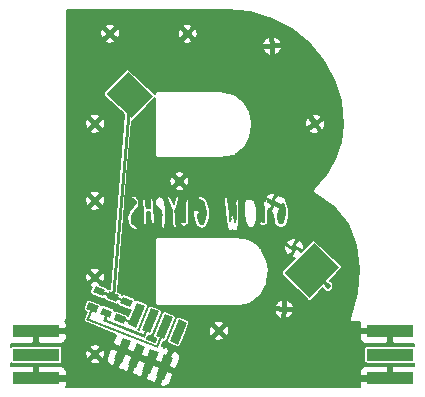
<source format=gbl>
G04 #@! TF.FileFunction,Copper,L2,Bot,Signal*
%FSLAX46Y46*%
G04 Gerber Fmt 4.6, Leading zero omitted, Abs format (unit mm)*
G04 Created by KiCad (PCBNEW 4.0.0-rc2-stable) date 3/3/2016 3:42:14 PM*
%MOMM*%
G01*
G04 APERTURE LIST*
%ADD10C,0.150000*%
%ADD11C,0.500000*%
%ADD12R,4.000000X1.000000*%
%ADD13C,0.600000*%
%ADD14C,0.254000*%
%ADD15C,0.152400*%
G04 APERTURE END LIST*
D10*
D11*
X54025180Y-48157323D03*
X54025180Y-41650888D03*
X54025180Y-35144456D03*
X54025180Y-28638021D03*
X55301253Y-20999406D03*
X61853650Y-20999406D03*
X69027042Y-22035772D03*
X72663025Y-28634394D03*
X69090066Y-35315085D03*
X61169180Y-33508256D03*
X64515650Y-46163832D03*
X70038369Y-44328299D03*
X70867694Y-39136109D03*
D12*
X79016340Y-50192207D03*
X79016340Y-48192207D03*
X79016340Y-46192207D03*
D13*
X78016340Y-50192207D03*
X78016340Y-48192207D03*
X78016340Y-46192207D03*
D12*
X49020840Y-46192207D03*
X49020840Y-48192207D03*
X49020840Y-50192207D03*
D13*
X50020840Y-46192207D03*
X50020840Y-48192207D03*
X50020840Y-50192207D03*
D10*
G36*
X56773230Y-24206381D02*
X58932558Y-26288999D01*
X57127622Y-28160417D01*
X54968294Y-26077799D01*
X56773230Y-24206381D01*
X56773230Y-24206381D01*
G37*
G36*
X72523542Y-38702507D02*
X74682870Y-40785125D01*
X72183728Y-43376319D01*
X70024400Y-41293701D01*
X72523542Y-38702507D01*
X72523542Y-38702507D01*
G37*
D11*
X73721210Y-42358405D03*
D10*
G36*
X55609755Y-48580312D02*
X56358968Y-46725945D01*
X57063627Y-47010646D01*
X56314414Y-48865013D01*
X55609755Y-48580312D01*
X55609755Y-48580312D01*
G37*
G36*
X56787279Y-49056062D02*
X57536492Y-47201695D01*
X58241151Y-47486396D01*
X57491938Y-49340763D01*
X56787279Y-49056062D01*
X56787279Y-49056062D01*
G37*
G36*
X57964802Y-49531812D02*
X58714015Y-47677445D01*
X59418674Y-47962146D01*
X58669461Y-49816513D01*
X57964802Y-49531812D01*
X57964802Y-49531812D01*
G37*
G36*
X59142326Y-50007563D02*
X59891539Y-48153196D01*
X60596198Y-48437897D01*
X59846985Y-50292264D01*
X59142326Y-50007563D01*
X59142326Y-50007563D01*
G37*
G36*
X56808496Y-45613323D02*
X57557709Y-43758956D01*
X58262368Y-44043657D01*
X57513155Y-45898024D01*
X56808496Y-45613323D01*
X56808496Y-45613323D01*
G37*
G36*
X57986020Y-46089074D02*
X58735233Y-44234707D01*
X59439892Y-44519408D01*
X58690679Y-46373775D01*
X57986020Y-46089074D01*
X57986020Y-46089074D01*
G37*
G36*
X59163543Y-46564824D02*
X59912756Y-44710457D01*
X60617415Y-44995158D01*
X59868202Y-46849525D01*
X59163543Y-46564824D01*
X59163543Y-46564824D01*
G37*
G36*
X60350338Y-47044320D02*
X61099552Y-45189953D01*
X61785668Y-45467162D01*
X61036454Y-47321529D01*
X60350338Y-47044320D01*
X60350338Y-47044320D01*
G37*
G36*
X56160057Y-43841389D02*
X56384821Y-43285079D01*
X57219287Y-43622225D01*
X56994523Y-44178535D01*
X56160057Y-43841389D01*
X56160057Y-43841389D01*
G37*
G36*
X55598147Y-45232165D02*
X55822911Y-44675855D01*
X56657377Y-45013001D01*
X56432613Y-45569311D01*
X55598147Y-45232165D01*
X55598147Y-45232165D01*
G37*
G36*
X54439167Y-44763906D02*
X54663931Y-44207596D01*
X55498397Y-44544742D01*
X55273633Y-45101052D01*
X54439167Y-44763906D01*
X54439167Y-44763906D01*
G37*
G36*
X55001077Y-43373131D02*
X55225841Y-42816821D01*
X56060307Y-43153967D01*
X55835543Y-43710277D01*
X55001077Y-43373131D01*
X55001077Y-43373131D01*
G37*
G36*
X53842097Y-42904872D02*
X54066861Y-42348562D01*
X54901327Y-42685708D01*
X54676563Y-43242018D01*
X53842097Y-42904872D01*
X53842097Y-42904872D01*
G37*
G36*
X53280188Y-44295648D02*
X53504952Y-43739338D01*
X54339418Y-44076484D01*
X54114654Y-44632794D01*
X53280188Y-44295648D01*
X53280188Y-44295648D01*
G37*
G36*
X56294469Y-45243863D02*
X56369390Y-45058427D01*
X57203855Y-45395573D01*
X57128934Y-45581009D01*
X56294469Y-45243863D01*
X56294469Y-45243863D01*
G37*
G36*
X54706558Y-45303353D02*
X54781479Y-45117916D01*
X58304778Y-46541421D01*
X58229857Y-46726858D01*
X54706558Y-45303353D01*
X54706558Y-45303353D01*
G37*
G36*
X53286287Y-45214867D02*
X53361208Y-45029430D01*
X59387903Y-47464373D01*
X59312982Y-47649810D01*
X53286287Y-45214867D01*
X53286287Y-45214867D01*
G37*
G36*
X54744018Y-45210635D02*
X54893861Y-44839762D01*
X55079298Y-44914683D01*
X54929455Y-45285556D01*
X54744018Y-45210635D01*
X54744018Y-45210635D01*
G37*
G36*
X58081880Y-46559218D02*
X58231723Y-46188345D01*
X58417160Y-46263266D01*
X58267317Y-46634139D01*
X58081880Y-46559218D01*
X58081880Y-46559218D01*
G37*
G36*
X59183736Y-47435811D02*
X59483421Y-46694064D01*
X59668858Y-46768985D01*
X59369173Y-47510732D01*
X59183736Y-47435811D01*
X59183736Y-47435811D01*
G37*
G36*
X53342478Y-45075789D02*
X53642163Y-44334042D01*
X53827600Y-44408963D01*
X53527915Y-45150710D01*
X53342478Y-45075789D01*
X53342478Y-45075789D01*
G37*
G36*
X54612406Y-43000391D02*
X54687328Y-42814954D01*
X56541696Y-43564167D01*
X56466774Y-43749604D01*
X54612406Y-43000391D01*
X54612406Y-43000391D01*
G37*
D14*
X72350000Y-41040000D02*
X73720000Y-42360000D01*
X72350000Y-41040000D02*
X73720000Y-42360000D01*
X72350000Y-41040000D02*
X73720000Y-42360000D01*
X72350000Y-41040000D02*
X73720000Y-42360000D01*
X72350000Y-41040000D02*
X73720000Y-42360000D01*
X72350000Y-41040000D02*
X73720000Y-42360000D01*
X72350000Y-41040000D02*
X73720000Y-42360000D01*
X72350000Y-41040000D02*
X73720000Y-42360000D01*
X72350000Y-41040000D02*
X73720000Y-42360000D01*
X56950000Y-26180000D02*
X55580000Y-43280000D01*
X56950000Y-26180000D02*
X55580000Y-43280000D01*
X56950000Y-26180000D02*
X55580000Y-43280000D01*
X56950000Y-26180000D02*
X55580000Y-43280000D01*
X56950000Y-26180000D02*
X55580000Y-43280000D01*
X56950000Y-26180000D02*
X55580000Y-43280000D01*
X56950000Y-26180000D02*
X55580000Y-43280000D01*
X56950000Y-26180000D02*
X55580000Y-43280000D01*
X56950000Y-26180000D02*
X55580000Y-43280000D01*
D15*
G36*
X67155999Y-19184764D02*
X69014044Y-19748987D01*
X70706187Y-20633958D01*
X72143984Y-21799740D01*
X73338743Y-23217910D01*
X74242200Y-24879105D01*
X74815543Y-26715745D01*
X75009849Y-28687949D01*
X74846400Y-30130148D01*
X74353749Y-31627418D01*
X73584127Y-33003117D01*
X72538555Y-34097548D01*
X72526526Y-34116471D01*
X72510461Y-34132109D01*
X72497646Y-34161905D01*
X72480240Y-34189287D01*
X72476369Y-34211375D01*
X72467511Y-34231969D01*
X72467074Y-34264406D01*
X72461473Y-34296359D01*
X72466347Y-34318242D01*
X72466045Y-34340663D01*
X72478054Y-34370798D01*
X72485107Y-34402463D01*
X72497986Y-34420817D01*
X72506286Y-34441644D01*
X72528914Y-34464890D01*
X72547548Y-34491445D01*
X72566471Y-34503474D01*
X72582109Y-34519539D01*
X74277894Y-35686004D01*
X75435773Y-37140530D01*
X76117308Y-38887562D01*
X76350167Y-40925078D01*
X76194101Y-42934424D01*
X75716882Y-44804344D01*
X75608836Y-45029441D01*
X75606911Y-45036942D01*
X75602607Y-45043384D01*
X75593465Y-45089345D01*
X75581818Y-45134735D01*
X75582911Y-45142405D01*
X75581400Y-45150000D01*
X75590541Y-45195957D01*
X75597152Y-45242352D01*
X75601096Y-45249018D01*
X75602607Y-45256616D01*
X75628639Y-45295576D01*
X75652501Y-45335910D01*
X75658697Y-45340561D01*
X75663000Y-45347000D01*
X75701963Y-45373035D01*
X75739441Y-45401164D01*
X75746942Y-45403089D01*
X75753384Y-45407393D01*
X75799345Y-45416535D01*
X75844735Y-45428182D01*
X75852405Y-45427089D01*
X75860000Y-45428600D01*
X76493196Y-45428600D01*
X76432140Y-45576002D01*
X76432140Y-45868357D01*
X76578190Y-46014407D01*
X77148420Y-46014407D01*
X77116928Y-46130540D01*
X77147722Y-46370007D01*
X76578190Y-46370007D01*
X76432140Y-46516057D01*
X76432140Y-46808412D01*
X76521079Y-47023130D01*
X76685418Y-47187468D01*
X76900136Y-47276407D01*
X78692490Y-47276407D01*
X78838540Y-47130357D01*
X78838540Y-46538605D01*
X78915752Y-46253874D01*
X78882386Y-45994407D01*
X79194140Y-45994407D01*
X79194140Y-46014407D01*
X79214140Y-46014407D01*
X79214140Y-46370007D01*
X79194140Y-46370007D01*
X79194140Y-47130357D01*
X79340190Y-47276407D01*
X81051400Y-47276407D01*
X81051400Y-47466229D01*
X81016340Y-47459129D01*
X77016340Y-47459129D01*
X76931626Y-47475069D01*
X76853822Y-47525135D01*
X76801625Y-47601527D01*
X76783262Y-47692207D01*
X76783262Y-48692207D01*
X76799202Y-48776921D01*
X76849268Y-48854725D01*
X76925660Y-48906922D01*
X77016340Y-48925285D01*
X81016340Y-48925285D01*
X81051400Y-48918688D01*
X81051400Y-49108007D01*
X79340190Y-49108007D01*
X79194140Y-49254057D01*
X79194140Y-50014407D01*
X79214140Y-50014407D01*
X79214140Y-50370007D01*
X79194140Y-50370007D01*
X79194140Y-50390007D01*
X78878836Y-50390007D01*
X78915752Y-50253874D01*
X78870887Y-49904990D01*
X78838540Y-49826897D01*
X78838540Y-49254057D01*
X78692490Y-49108007D01*
X76900136Y-49108007D01*
X76685418Y-49196946D01*
X76521079Y-49361284D01*
X76432140Y-49576002D01*
X76432140Y-49868357D01*
X76578190Y-50014407D01*
X77148420Y-50014407D01*
X77116928Y-50130540D01*
X77147722Y-50370007D01*
X76578190Y-50370007D01*
X76432140Y-50516057D01*
X76432140Y-50808412D01*
X76458230Y-50871400D01*
X66540000Y-50871400D01*
X66489726Y-50881400D01*
X51574807Y-50881400D01*
X51605040Y-50808412D01*
X51605040Y-50622765D01*
X59495375Y-50622765D01*
X59576079Y-50812891D01*
X59735884Y-50877456D01*
X59968284Y-50875428D01*
X60182218Y-50784618D01*
X60345115Y-50618852D01*
X60432177Y-50403366D01*
X60641936Y-49884194D01*
X60561232Y-49694068D01*
X59967510Y-49454188D01*
X59495375Y-50622765D01*
X51605040Y-50622765D01*
X51605040Y-50516057D01*
X51458990Y-50370007D01*
X50888760Y-50370007D01*
X50920252Y-50253874D01*
X50906511Y-50147014D01*
X58317851Y-50147014D01*
X58398555Y-50337140D01*
X58558360Y-50401705D01*
X58708584Y-50400394D01*
X58815737Y-50505693D01*
X58975542Y-50570258D01*
X59165668Y-50489554D01*
X59637804Y-49320978D01*
X59243831Y-49161803D01*
X59151459Y-49124482D01*
X60100720Y-49124482D01*
X60694443Y-49364361D01*
X60884569Y-49283657D01*
X61094328Y-48764485D01*
X61181390Y-48548999D01*
X61179362Y-48316599D01*
X61088553Y-48102665D01*
X60922787Y-47939767D01*
X60762982Y-47875202D01*
X60572856Y-47955906D01*
X60100720Y-49124482D01*
X59151459Y-49124482D01*
X58789986Y-48978437D01*
X58317851Y-50147014D01*
X50906511Y-50147014D01*
X50889458Y-50014407D01*
X51458990Y-50014407D01*
X51605040Y-49868357D01*
X51605040Y-49671264D01*
X57140328Y-49671264D01*
X57221032Y-49861390D01*
X57380837Y-49925955D01*
X57531061Y-49924644D01*
X57638213Y-50029942D01*
X57798018Y-50094507D01*
X57988144Y-50013803D01*
X58460280Y-48845227D01*
X57866557Y-48605348D01*
X57612463Y-48502687D01*
X57140328Y-49671264D01*
X51605040Y-49671264D01*
X51605040Y-49576002D01*
X51516101Y-49361284D01*
X51351762Y-49196946D01*
X51348305Y-49195514D01*
X55962804Y-49195514D01*
X56043508Y-49385640D01*
X56203313Y-49450205D01*
X56353538Y-49448894D01*
X56460690Y-49554192D01*
X56620495Y-49618757D01*
X56810621Y-49538053D01*
X57282757Y-48369477D01*
X56689034Y-48129598D01*
X56434939Y-48026937D01*
X55962804Y-49195514D01*
X51348305Y-49195514D01*
X51137044Y-49108007D01*
X49344690Y-49108007D01*
X49198640Y-49254057D01*
X49198640Y-49845809D01*
X49121428Y-50130540D01*
X49154794Y-50390007D01*
X48843040Y-50390007D01*
X48843040Y-50370007D01*
X48823040Y-50370007D01*
X48823040Y-50014407D01*
X48843040Y-50014407D01*
X48843040Y-49254057D01*
X48696990Y-49108007D01*
X46908600Y-49108007D01*
X46908600Y-48892191D01*
X46930160Y-48906922D01*
X47020840Y-48925285D01*
X51020840Y-48925285D01*
X51105554Y-48909345D01*
X51183358Y-48859279D01*
X51235555Y-48782887D01*
X51245058Y-48735959D01*
X53623321Y-48735959D01*
X53631799Y-48911429D01*
X53950327Y-49004567D01*
X54280251Y-48968719D01*
X54418561Y-48911429D01*
X54427039Y-48735959D01*
X54025180Y-48334100D01*
X53623321Y-48735959D01*
X51245058Y-48735959D01*
X51253918Y-48692207D01*
X51253918Y-48082470D01*
X53177936Y-48082470D01*
X53213784Y-48412394D01*
X53271074Y-48550704D01*
X53446544Y-48559182D01*
X53848403Y-48157323D01*
X54201957Y-48157323D01*
X54603816Y-48559182D01*
X54779286Y-48550704D01*
X54803114Y-48469210D01*
X55024563Y-48469210D01*
X55026591Y-48701610D01*
X55117400Y-48915544D01*
X55283166Y-49078442D01*
X55442971Y-49143007D01*
X55633097Y-49062303D01*
X56105233Y-47893727D01*
X55511510Y-47653848D01*
X55321384Y-47734552D01*
X55111625Y-48253724D01*
X55024563Y-48469210D01*
X54803114Y-48469210D01*
X54872424Y-48232176D01*
X54836576Y-47902252D01*
X54779286Y-47763942D01*
X54603816Y-47755464D01*
X54201957Y-48157323D01*
X53848403Y-48157323D01*
X53446544Y-47755464D01*
X53271074Y-47763942D01*
X53177936Y-48082470D01*
X51253918Y-48082470D01*
X51253918Y-47692207D01*
X51237978Y-47607493D01*
X51219442Y-47578687D01*
X53623321Y-47578687D01*
X54025180Y-47980546D01*
X54427039Y-47578687D01*
X54418561Y-47403217D01*
X54100033Y-47310079D01*
X53770109Y-47345927D01*
X53631799Y-47403217D01*
X53623321Y-47578687D01*
X51219442Y-47578687D01*
X51187912Y-47529689D01*
X51111520Y-47477492D01*
X51020840Y-47459129D01*
X47020840Y-47459129D01*
X46936126Y-47475069D01*
X46908600Y-47492782D01*
X46908600Y-47276407D01*
X48696990Y-47276407D01*
X48843040Y-47130357D01*
X48843040Y-46370007D01*
X48823040Y-46370007D01*
X48823040Y-46014407D01*
X48843040Y-46014407D01*
X48843040Y-45994407D01*
X49158344Y-45994407D01*
X49121428Y-46130540D01*
X49166293Y-46479424D01*
X49198640Y-46557517D01*
X49198640Y-47130357D01*
X49344690Y-47276407D01*
X51137044Y-47276407D01*
X51351762Y-47187468D01*
X51516101Y-47023130D01*
X51605040Y-46808412D01*
X51605040Y-46516057D01*
X51458990Y-46370007D01*
X50888760Y-46370007D01*
X50920252Y-46253874D01*
X50889458Y-46014407D01*
X51458990Y-46014407D01*
X51605040Y-45868357D01*
X51605040Y-45576002D01*
X51516101Y-45361284D01*
X51511904Y-45357087D01*
X51527000Y-45347000D01*
X51587393Y-45256616D01*
X51608600Y-45150000D01*
X51608600Y-44292852D01*
X53047127Y-44292852D01*
X53064401Y-44383746D01*
X53115677Y-44460759D01*
X53192875Y-44511754D01*
X53301284Y-44555554D01*
X53145103Y-44942117D01*
X53145102Y-44942118D01*
X53070181Y-45127555D01*
X53053226Y-45212071D01*
X53070500Y-45302965D01*
X53121776Y-45379978D01*
X53198974Y-45430973D01*
X55823646Y-46491410D01*
X55773776Y-46614843D01*
X55564017Y-47134015D01*
X55644721Y-47324141D01*
X56238443Y-47564021D01*
X56245935Y-47545477D01*
X56575641Y-47678687D01*
X56568149Y-47697231D01*
X57161872Y-47937110D01*
X57415967Y-48039771D01*
X57423459Y-48021227D01*
X57753165Y-48154437D01*
X57745673Y-48172981D01*
X58339396Y-48412860D01*
X58593490Y-48515521D01*
X58600982Y-48496977D01*
X58930688Y-48630187D01*
X58923196Y-48648731D01*
X59177292Y-48751392D01*
X59771014Y-48991272D01*
X60243149Y-47822695D01*
X60162445Y-47632569D01*
X60002640Y-47568004D01*
X59852416Y-47569315D01*
X59745263Y-47464016D01*
X59654281Y-47427257D01*
X59798926Y-47069249D01*
X59865406Y-47082586D01*
X59956300Y-47065312D01*
X59992027Y-47041524D01*
X60117277Y-47041524D01*
X60134551Y-47132418D01*
X60185827Y-47209431D01*
X60263025Y-47260426D01*
X60949141Y-47537635D01*
X61033658Y-47554590D01*
X61124552Y-47537316D01*
X61201564Y-47486040D01*
X61252560Y-47408842D01*
X61521792Y-46742468D01*
X64113791Y-46742468D01*
X64122269Y-46917938D01*
X64440797Y-47011076D01*
X64770721Y-46975228D01*
X64909031Y-46917938D01*
X64917509Y-46742468D01*
X64515650Y-46340609D01*
X64113791Y-46742468D01*
X61521792Y-46742468D01*
X61785820Y-46088979D01*
X63668406Y-46088979D01*
X63704254Y-46418903D01*
X63761544Y-46557213D01*
X63937014Y-46565691D01*
X64338873Y-46163832D01*
X64692427Y-46163832D01*
X65094286Y-46565691D01*
X65269756Y-46557213D01*
X65362894Y-46238685D01*
X65327046Y-45908761D01*
X65269756Y-45770451D01*
X65094286Y-45761973D01*
X64692427Y-46163832D01*
X64338873Y-46163832D01*
X63937014Y-45761973D01*
X63761544Y-45770451D01*
X63668406Y-46088979D01*
X61785820Y-46088979D01*
X61989361Y-45585196D01*
X64113791Y-45585196D01*
X64515650Y-45987055D01*
X64917509Y-45585196D01*
X64909031Y-45409726D01*
X64590503Y-45316588D01*
X64260579Y-45352436D01*
X64122269Y-45409726D01*
X64113791Y-45585196D01*
X61989361Y-45585196D01*
X62001774Y-45554475D01*
X62018729Y-45469958D01*
X62001455Y-45379064D01*
X61950179Y-45302051D01*
X61872981Y-45251056D01*
X61186865Y-44973847D01*
X61102348Y-44956892D01*
X61011454Y-44974166D01*
X60934442Y-45025442D01*
X60883446Y-45102640D01*
X60134232Y-46957007D01*
X60117277Y-47041524D01*
X59992027Y-47041524D01*
X60033313Y-47014036D01*
X60084308Y-46936838D01*
X60833521Y-45082471D01*
X60850476Y-44997954D01*
X60833202Y-44907060D01*
X60781926Y-44830047D01*
X60704728Y-44779052D01*
X60120604Y-44543050D01*
X69215383Y-44543050D01*
X69360210Y-44841647D01*
X69608282Y-45062090D01*
X69743599Y-45126131D01*
X69864330Y-45026934D01*
X70129030Y-45026934D01*
X70253120Y-45151285D01*
X70551717Y-45006458D01*
X70772160Y-44758386D01*
X70836201Y-44623069D01*
X70724677Y-44487334D01*
X70157053Y-44459311D01*
X70129030Y-45026934D01*
X69864330Y-45026934D01*
X69879334Y-45014607D01*
X69907357Y-44446983D01*
X69339734Y-44418960D01*
X69215383Y-44543050D01*
X60120604Y-44543050D01*
X60000069Y-44494351D01*
X59915552Y-44477396D01*
X59824658Y-44494670D01*
X59747645Y-44545946D01*
X59696650Y-44623144D01*
X58947437Y-46477511D01*
X58930482Y-46562028D01*
X58947756Y-46652922D01*
X58999032Y-46729935D01*
X59076230Y-46780930D01*
X59180003Y-46822857D01*
X59073673Y-47086033D01*
X58436446Y-46828577D01*
X58445963Y-46814170D01*
X58520884Y-46628733D01*
X58545953Y-46566685D01*
X58603366Y-46589881D01*
X58687883Y-46606836D01*
X58778777Y-46589562D01*
X58855790Y-46538286D01*
X58906785Y-46461088D01*
X59655998Y-44606721D01*
X59672953Y-44522204D01*
X59655679Y-44431310D01*
X59604403Y-44354297D01*
X59527205Y-44303302D01*
X59295322Y-44209615D01*
X70169381Y-44209615D01*
X70737004Y-44237638D01*
X70861355Y-44113548D01*
X70716528Y-43814951D01*
X70468456Y-43594508D01*
X70333139Y-43530467D01*
X70197404Y-43641991D01*
X70169381Y-44209615D01*
X59295322Y-44209615D01*
X58822546Y-44018601D01*
X58738029Y-44001646D01*
X58647135Y-44018920D01*
X58570122Y-44070196D01*
X58519127Y-44147394D01*
X57769914Y-46001761D01*
X57756520Y-46068528D01*
X57691627Y-46042309D01*
X57729261Y-45985337D01*
X58478474Y-44130970D01*
X58495429Y-44046453D01*
X58478155Y-43955559D01*
X58426879Y-43878546D01*
X58349681Y-43827551D01*
X57645022Y-43542850D01*
X57560505Y-43525895D01*
X57469611Y-43543169D01*
X57440479Y-43562566D01*
X57435074Y-43534127D01*
X57383798Y-43457114D01*
X57306600Y-43406119D01*
X56472134Y-43068973D01*
X56387617Y-43052018D01*
X56296723Y-43069292D01*
X56278989Y-43081100D01*
X56276094Y-43065869D01*
X56224818Y-42988856D01*
X56147620Y-42937861D01*
X55969903Y-42866059D01*
X56322902Y-38460000D01*
X59071400Y-38460000D01*
X59071400Y-43790000D01*
X59092607Y-43896616D01*
X59153000Y-43987000D01*
X59243384Y-44047393D01*
X59350000Y-44068600D01*
X65970000Y-44068600D01*
X65995868Y-44063455D01*
X66022244Y-44063658D01*
X66180062Y-44033529D01*
X69240537Y-44033529D01*
X69352061Y-44169264D01*
X69919685Y-44197287D01*
X69947708Y-43629664D01*
X69823618Y-43505313D01*
X69525021Y-43650140D01*
X69304578Y-43898212D01*
X69240537Y-44033529D01*
X66180062Y-44033529D01*
X67122244Y-43853658D01*
X67134029Y-43848882D01*
X67146700Y-43847834D01*
X67160924Y-43840514D01*
X67176616Y-43837393D01*
X67198546Y-43822740D01*
X67222992Y-43812834D01*
X67232052Y-43803912D01*
X67243357Y-43798095D01*
X68023357Y-43178095D01*
X68025631Y-43175411D01*
X68028718Y-43173724D01*
X68060688Y-43134029D01*
X68093622Y-43095152D01*
X68094695Y-43091803D01*
X68096902Y-43089063D01*
X68556902Y-42209063D01*
X68570051Y-42164236D01*
X68585684Y-42120204D01*
X68706070Y-41294695D01*
X69791324Y-41294695D01*
X69810074Y-41385297D01*
X69862596Y-41461465D01*
X72021924Y-43544083D01*
X72093965Y-43591419D01*
X72184722Y-43609395D01*
X72275324Y-43590645D01*
X72351492Y-43538123D01*
X73289122Y-42565956D01*
X73315236Y-42629156D01*
X73449751Y-42763905D01*
X73625593Y-42836921D01*
X73815992Y-42837088D01*
X73991961Y-42764379D01*
X74126710Y-42629864D01*
X74199726Y-42454022D01*
X74199893Y-42263623D01*
X74127184Y-42087654D01*
X73992669Y-41952905D01*
X73912501Y-41919616D01*
X74850634Y-40946929D01*
X74897970Y-40874888D01*
X74915946Y-40784131D01*
X74897196Y-40693529D01*
X74844674Y-40617361D01*
X72685346Y-38534743D01*
X72613305Y-38487407D01*
X72522548Y-38469431D01*
X72431946Y-38488181D01*
X72355778Y-38540703D01*
X71703952Y-39216538D01*
X71697883Y-38951147D01*
X71577323Y-38677930D01*
X71593788Y-38661465D01*
X71478723Y-38546400D01*
X71467460Y-38533029D01*
X71465794Y-38533471D01*
X71342338Y-38410015D01*
X70881835Y-38870518D01*
X71055902Y-39044585D01*
X71036188Y-39082631D01*
X71540787Y-39344090D01*
X71603338Y-39320858D01*
X71456323Y-39473288D01*
X71133285Y-39150250D01*
X70959218Y-39324317D01*
X70921172Y-39304603D01*
X70659713Y-39809202D01*
X70720877Y-39973885D01*
X70979207Y-39967978D01*
X69856636Y-41131897D01*
X69809300Y-41203938D01*
X69791324Y-41294695D01*
X68706070Y-41294695D01*
X68725684Y-41160204D01*
X68723383Y-41115596D01*
X68724244Y-41070925D01*
X68554244Y-40120925D01*
X68537927Y-40079280D01*
X68524582Y-40036592D01*
X68044582Y-39156592D01*
X68043931Y-39155812D01*
X68043622Y-39154848D01*
X68009155Y-39114162D01*
X67974911Y-39073149D01*
X67974012Y-39072678D01*
X67973357Y-39071905D01*
X67869425Y-38989292D01*
X70029918Y-38989292D01*
X70037505Y-39321071D01*
X70158065Y-39594288D01*
X70141600Y-39610753D01*
X70256665Y-39725818D01*
X70267928Y-39739189D01*
X70269594Y-39738747D01*
X70393050Y-39862203D01*
X70853553Y-39401700D01*
X70679486Y-39227633D01*
X70699200Y-39189587D01*
X70194601Y-38928128D01*
X70029918Y-38989292D01*
X67869425Y-38989292D01*
X67456998Y-38661465D01*
X70141600Y-38661465D01*
X70602103Y-39121968D01*
X70776170Y-38947901D01*
X70814216Y-38967615D01*
X71075675Y-38463016D01*
X71014511Y-38298333D01*
X70682732Y-38305920D01*
X70409515Y-38426480D01*
X70393050Y-38410015D01*
X70277985Y-38525080D01*
X70264614Y-38536343D01*
X70265056Y-38538009D01*
X70141600Y-38661465D01*
X67456998Y-38661465D01*
X67193357Y-38451905D01*
X67182262Y-38446195D01*
X67173385Y-38437425D01*
X67134261Y-38421495D01*
X67096700Y-38402166D01*
X67084264Y-38401137D01*
X67072706Y-38396431D01*
X65982706Y-38186431D01*
X65956098Y-38186591D01*
X65930000Y-38181400D01*
X59350000Y-38181400D01*
X59243384Y-38202607D01*
X59153000Y-38263000D01*
X59092607Y-38353384D01*
X59071400Y-38460000D01*
X56322902Y-38460000D01*
X56475926Y-36550000D01*
X56763800Y-36550000D01*
X56763800Y-36720000D01*
X56763994Y-36725429D01*
X56773994Y-36865429D01*
X56775904Y-36877783D01*
X56835904Y-37127783D01*
X56844397Y-37148765D01*
X56974397Y-37368765D01*
X56989025Y-37386639D01*
X57189025Y-37566639D01*
X57201605Y-37575820D01*
X57321605Y-37645820D01*
X57360000Y-37656200D01*
X57500000Y-37656200D01*
X57512527Y-37655163D01*
X57572527Y-37645163D01*
X57603430Y-37632612D01*
X57624368Y-37610783D01*
X57635163Y-37582527D01*
X57645163Y-37522527D01*
X57646200Y-37510000D01*
X57646200Y-37440000D01*
X57644478Y-37423893D01*
X57632344Y-37396186D01*
X57610386Y-37375383D01*
X57381238Y-37232166D01*
X57186725Y-36991339D01*
X57126200Y-36835705D01*
X57126200Y-36624221D01*
X57143833Y-36465524D01*
X57441775Y-35984972D01*
X57718103Y-35659300D01*
X57734174Y-35627453D01*
X57774174Y-35457453D01*
X57776200Y-35440000D01*
X57776200Y-35230000D01*
X57771922Y-35204827D01*
X57711405Y-35031920D01*
X58023824Y-35031920D01*
X58053812Y-36221435D01*
X58063800Y-36990528D01*
X58063800Y-37090000D01*
X58064837Y-37102527D01*
X58074837Y-37162527D01*
X58087388Y-37193430D01*
X58109217Y-37214368D01*
X58137473Y-37225163D01*
X58197473Y-37235163D01*
X58210000Y-37236200D01*
X58280000Y-37236200D01*
X58294944Y-37234720D01*
X58344944Y-37224720D01*
X58363133Y-37218620D01*
X58387219Y-37200323D01*
X58402290Y-37174097D01*
X58422290Y-37114097D01*
X58426105Y-37086195D01*
X58396159Y-36487267D01*
X58388100Y-36116556D01*
X58540549Y-36135612D01*
X58550000Y-36136200D01*
X58687041Y-36136200D01*
X58703872Y-36523310D01*
X58704536Y-36530565D01*
X58774536Y-37030565D01*
X58782999Y-37056295D01*
X58802398Y-37079502D01*
X58852398Y-37119502D01*
X58870354Y-37130197D01*
X58900000Y-37136200D01*
X58970000Y-37136200D01*
X58998300Y-37130750D01*
X59048300Y-37110750D01*
X59066775Y-37100154D01*
X59086493Y-37077217D01*
X59095734Y-37048415D01*
X59105734Y-36958415D01*
X59105998Y-36944453D01*
X59005998Y-35574453D01*
X59005669Y-35571022D01*
X58978269Y-35340071D01*
X59094468Y-35340071D01*
X59114468Y-35490071D01*
X59118388Y-35506041D01*
X59134161Y-35531850D01*
X59394161Y-35811850D01*
X59415922Y-35828155D01*
X59617247Y-35928817D01*
X59644013Y-36285699D01*
X59650368Y-36310948D01*
X59679952Y-36377512D01*
X59645826Y-36522547D01*
X59643800Y-36540000D01*
X59643800Y-37370000D01*
X59649250Y-37398300D01*
X59669250Y-37448300D01*
X59697163Y-37483019D01*
X59725056Y-37494720D01*
X59775056Y-37504720D01*
X59790000Y-37506200D01*
X59900000Y-37506200D01*
X59924586Y-37502125D01*
X59950709Y-37486877D01*
X59968843Y-37462667D01*
X59976128Y-37433310D01*
X60006017Y-36745871D01*
X60035734Y-36478415D01*
X60030039Y-36439983D01*
X60016832Y-36409166D01*
X60021816Y-36404556D01*
X60034280Y-36376996D01*
X60035041Y-36346758D01*
X60006200Y-36183326D01*
X60006200Y-35680000D01*
X60005163Y-35667473D01*
X59996200Y-35613695D01*
X59996200Y-35570000D01*
X59990989Y-35542305D01*
X59974621Y-35516868D01*
X59959108Y-35506268D01*
X59970563Y-35496245D01*
X59983783Y-35469039D01*
X59985377Y-35438833D01*
X59945377Y-35168833D01*
X59935341Y-35140795D01*
X59785341Y-34890795D01*
X59772059Y-34878824D01*
X60113809Y-34878824D01*
X60119354Y-34908559D01*
X60308146Y-35375570D01*
X60514298Y-36043111D01*
X60523845Y-36262684D01*
X60543829Y-36982116D01*
X60544732Y-36991884D01*
X60604732Y-37371884D01*
X60609011Y-37387695D01*
X60625379Y-37413132D01*
X60650354Y-37430197D01*
X60680000Y-37436200D01*
X60780000Y-37436200D01*
X60810017Y-37430039D01*
X60880017Y-37400039D01*
X60907998Y-37379423D01*
X60922657Y-37352964D01*
X60925867Y-37322887D01*
X60903949Y-37089087D01*
X61184344Y-37089087D01*
X61193840Y-37117806D01*
X61233840Y-37187806D01*
X61264643Y-37217500D01*
X61474643Y-37327500D01*
X61488759Y-37333180D01*
X61518903Y-37335678D01*
X61688903Y-37315678D01*
X61708673Y-37310599D01*
X61733882Y-37293882D01*
X61923882Y-37103882D01*
X61938335Y-37083717D01*
X61946069Y-37054475D01*
X61956055Y-36884718D01*
X61986023Y-36445183D01*
X61986200Y-36440000D01*
X61986200Y-36144073D01*
X62274031Y-36144073D01*
X62277710Y-36174097D01*
X62345756Y-36378235D01*
X62444772Y-36992134D01*
X62451845Y-37014078D01*
X62551845Y-37214078D01*
X62572650Y-37239703D01*
X62862650Y-37469703D01*
X62876885Y-37478628D01*
X62906195Y-37486105D01*
X63106195Y-37496105D01*
X63116899Y-37495887D01*
X63226899Y-37485887D01*
X63265202Y-37471345D01*
X63455202Y-37331345D01*
X63478622Y-37303128D01*
X63618622Y-37013128D01*
X63623714Y-36999306D01*
X63733714Y-36579306D01*
X63735766Y-36568118D01*
X63765766Y-36288118D01*
X63766200Y-36280000D01*
X63766200Y-36250000D01*
X63765707Y-36241348D01*
X63725707Y-35891348D01*
X63724083Y-35882165D01*
X63594083Y-35342165D01*
X63586611Y-35322994D01*
X63394648Y-34977459D01*
X64904166Y-34977459D01*
X65024166Y-36197459D01*
X65024538Y-36200579D01*
X65174538Y-37270579D01*
X65175826Y-37277453D01*
X65255826Y-37617453D01*
X65272091Y-37649528D01*
X65295922Y-37668155D01*
X65335922Y-37688155D01*
X65348104Y-37692986D01*
X65448104Y-37722986D01*
X65451519Y-37723925D01*
X65491519Y-37733925D01*
X65520545Y-37735467D01*
X65549075Y-37725418D01*
X65571448Y-37705062D01*
X65663783Y-37579151D01*
X65698239Y-37675629D01*
X65706020Y-37691388D01*
X65727163Y-37713019D01*
X65755056Y-37724720D01*
X65805056Y-37734720D01*
X65820000Y-37736200D01*
X65890000Y-37736200D01*
X65904944Y-37734720D01*
X65954944Y-37724720D01*
X65987987Y-37709192D01*
X66007235Y-37685859D01*
X66087235Y-37535859D01*
X66094461Y-37516187D01*
X66194461Y-37056187D01*
X66195976Y-37045844D01*
X66235976Y-36525844D01*
X66236197Y-36519332D01*
X66226817Y-35450000D01*
X66633800Y-35450000D01*
X66633800Y-36000000D01*
X66633849Y-36002720D01*
X66643849Y-36282720D01*
X66644228Y-36288061D01*
X66694228Y-36758061D01*
X66697126Y-36772267D01*
X66807126Y-37132267D01*
X66816174Y-37151626D01*
X66966174Y-37381626D01*
X66986302Y-37402425D01*
X67086302Y-37472425D01*
X67100354Y-37480197D01*
X67130000Y-37486200D01*
X67230000Y-37486200D01*
X67239451Y-37485612D01*
X67319451Y-37475612D01*
X67356460Y-37460398D01*
X67486460Y-37360398D01*
X67505341Y-37339205D01*
X67565341Y-37239205D01*
X67576171Y-37202105D01*
X67570989Y-37172305D01*
X67559055Y-37153759D01*
X67588298Y-37145876D01*
X67610910Y-37125786D01*
X67623925Y-37098481D01*
X67631273Y-37069087D01*
X67904344Y-37069087D01*
X67913840Y-37097806D01*
X67953840Y-37167806D01*
X67983278Y-37196768D01*
X68183278Y-37306768D01*
X68198759Y-37313180D01*
X68228903Y-37315678D01*
X68398903Y-37295678D01*
X68418673Y-37290599D01*
X68443882Y-37273882D01*
X68633882Y-37083882D01*
X68646252Y-37067645D01*
X68655678Y-37038903D01*
X68675678Y-36868903D01*
X68676121Y-36863460D01*
X68696121Y-36423460D01*
X68696184Y-36421555D01*
X68704917Y-35993620D01*
X68900592Y-35993620D01*
X68966242Y-36156567D01*
X68988166Y-36155464D01*
X69055948Y-36358810D01*
X69164972Y-36973311D01*
X69170512Y-36991270D01*
X69260512Y-37191270D01*
X69283638Y-37220473D01*
X69583638Y-37450473D01*
X69596705Y-37458541D01*
X69625995Y-37466095D01*
X69815995Y-37476095D01*
X69826899Y-37475887D01*
X69936899Y-37465887D01*
X69975202Y-37451345D01*
X70165202Y-37311345D01*
X70187682Y-37285008D01*
X70337682Y-36995008D01*
X70344128Y-36977649D01*
X70444128Y-36557649D01*
X70445766Y-36548118D01*
X70475766Y-36268118D01*
X70476200Y-36260000D01*
X70476200Y-36230000D01*
X70475922Y-36223492D01*
X70445922Y-35873492D01*
X70443761Y-35860877D01*
X70303761Y-35320877D01*
X70296611Y-35302994D01*
X70096611Y-34942994D01*
X70073374Y-34917349D01*
X69813374Y-34737349D01*
X69779451Y-34724388D01*
X69688772Y-34713053D01*
X69685801Y-34710082D01*
X69673095Y-34695810D01*
X69671885Y-34696166D01*
X69564710Y-34588991D01*
X69104207Y-35049494D01*
X69274868Y-35220155D01*
X69257032Y-35257013D01*
X69768601Y-35504559D01*
X69931548Y-35438909D01*
X69927242Y-35353293D01*
X70074203Y-35803359D01*
X70083800Y-36091279D01*
X70083800Y-36225889D01*
X70044804Y-36586604D01*
X69959118Y-36929347D01*
X69885529Y-37043819D01*
X69868893Y-37053800D01*
X69709640Y-37053800D01*
X69625599Y-36976763D01*
X69495281Y-36604425D01*
X69476200Y-36337287D01*
X69476200Y-36301564D01*
X69593882Y-36183882D01*
X69610197Y-36159646D01*
X69616200Y-36130000D01*
X69616200Y-36090000D01*
X69610750Y-36061700D01*
X69590750Y-36011700D01*
X69586084Y-36003088D01*
X69597527Y-35997659D01*
X69709341Y-35898114D01*
X69659707Y-35729597D01*
X69148138Y-35482051D01*
X68900592Y-35993620D01*
X68704917Y-35993620D01*
X68705791Y-35950810D01*
X69075925Y-35580676D01*
X68905264Y-35410015D01*
X68923100Y-35373157D01*
X68698185Y-35264322D01*
X68696194Y-35099082D01*
X68695163Y-35087473D01*
X68685163Y-35027473D01*
X68673980Y-34998612D01*
X68652837Y-34976981D01*
X68624944Y-34965280D01*
X68574944Y-34955280D01*
X68560000Y-34953800D01*
X68520000Y-34953800D01*
X68491700Y-34959250D01*
X68441700Y-34979250D01*
X68426243Y-34987616D01*
X68405420Y-35009555D01*
X68394772Y-35037866D01*
X68378471Y-35138930D01*
X68248584Y-35191261D01*
X68265252Y-35522708D01*
X68343800Y-35688285D01*
X68343800Y-36646645D01*
X68320228Y-36913800D01*
X68294554Y-36913800D01*
X68049079Y-36884343D01*
X68022542Y-36885827D01*
X67995060Y-36898463D01*
X67974659Y-36920795D01*
X67914659Y-37020795D01*
X67906769Y-37038937D01*
X67904344Y-37069087D01*
X67631273Y-37069087D01*
X67703925Y-36778481D01*
X67705806Y-36767735D01*
X67755806Y-36277735D01*
X67756131Y-36266760D01*
X67736131Y-35796760D01*
X67733652Y-35780460D01*
X67603652Y-35290460D01*
X67593402Y-35267732D01*
X67453402Y-35057732D01*
X67436782Y-35039851D01*
X67346782Y-34969851D01*
X67329646Y-34959803D01*
X67300000Y-34953800D01*
X67050000Y-34953800D01*
X67025903Y-34957710D01*
X66875903Y-35007710D01*
X66842145Y-35030410D01*
X66662145Y-35240410D01*
X66651789Y-35256033D01*
X66643948Y-35285247D01*
X66633948Y-35445247D01*
X66633800Y-35450000D01*
X66226817Y-35450000D01*
X66226197Y-35379332D01*
X66225922Y-35373492D01*
X66195922Y-35023492D01*
X66188190Y-34995991D01*
X66169586Y-34972141D01*
X66143169Y-34957408D01*
X66113101Y-34954113D01*
X66003101Y-34964113D01*
X65982305Y-34969011D01*
X65956868Y-34985379D01*
X65939803Y-35010354D01*
X65933800Y-35040000D01*
X65933800Y-35124359D01*
X65909961Y-35179983D01*
X65903922Y-35214306D01*
X65933859Y-35743190D01*
X65943800Y-36101072D01*
X65943800Y-36168278D01*
X65923997Y-36603934D01*
X65888220Y-36916991D01*
X65885840Y-36892601D01*
X65884720Y-36885056D01*
X65794720Y-36435056D01*
X65781537Y-36405060D01*
X65759205Y-36384659D01*
X65709205Y-36354659D01*
X65670000Y-36343800D01*
X65640000Y-36343800D01*
X65611700Y-36349250D01*
X65561700Y-36369250D01*
X65538363Y-36383964D01*
X65520630Y-36408468D01*
X65470630Y-36518468D01*
X65463800Y-36550000D01*
X65463800Y-36600000D01*
X65471845Y-36634078D01*
X65491162Y-36672712D01*
X65466655Y-36841809D01*
X65405835Y-36222552D01*
X65405563Y-36220171D01*
X65245563Y-34990171D01*
X65238155Y-34965922D01*
X65188155Y-34865922D01*
X65174621Y-34846868D01*
X65149646Y-34829803D01*
X65120000Y-34823800D01*
X65050000Y-34823800D01*
X65025903Y-34827710D01*
X64965903Y-34847710D01*
X64948612Y-34856020D01*
X64926981Y-34877163D01*
X64915280Y-34905056D01*
X64905280Y-34955056D01*
X64904166Y-34977459D01*
X63394648Y-34977459D01*
X63386611Y-34962994D01*
X63363374Y-34937349D01*
X63103374Y-34757349D01*
X63064475Y-34743931D01*
X62894475Y-34733931D01*
X62875056Y-34735280D01*
X62825056Y-34745280D01*
X62793035Y-34759994D01*
X62773389Y-34782994D01*
X62723389Y-34872994D01*
X62715049Y-34896259D01*
X62715608Y-34926502D01*
X62727889Y-34954144D01*
X62749957Y-34974831D01*
X63077691Y-35177255D01*
X63210909Y-35354878D01*
X63354567Y-35833739D01*
X63373800Y-36112619D01*
X63373800Y-36245889D01*
X63334911Y-36605616D01*
X63239124Y-36950446D01*
X63173720Y-37064904D01*
X63158893Y-37073800D01*
X62997913Y-37073800D01*
X62905065Y-36995237D01*
X62775739Y-36625731D01*
X62766200Y-36358652D01*
X62766200Y-36321564D01*
X62883882Y-36203882D01*
X62900197Y-36179646D01*
X62906200Y-36150000D01*
X62906200Y-36110000D01*
X62900750Y-36081700D01*
X62880750Y-36031700D01*
X62870006Y-36013035D01*
X62847006Y-35993389D01*
X62757006Y-35943389D01*
X62720000Y-35933800D01*
X62550000Y-35933800D01*
X62540549Y-35934388D01*
X62460549Y-35944388D01*
X62426302Y-35957575D01*
X62326302Y-36027575D01*
X62312781Y-36039677D01*
X62297710Y-36065903D01*
X62277710Y-36125903D01*
X62274031Y-36144073D01*
X61986200Y-36144073D01*
X61986200Y-35120000D01*
X61982290Y-35095903D01*
X61962290Y-35035903D01*
X61953980Y-35018612D01*
X61932837Y-34996981D01*
X61904944Y-34985280D01*
X61854944Y-34975280D01*
X61840000Y-34973800D01*
X61810000Y-34973800D01*
X61781700Y-34979250D01*
X61731700Y-34999250D01*
X61715937Y-35007832D01*
X61695222Y-35029873D01*
X61684713Y-35058236D01*
X61634713Y-35378236D01*
X61633800Y-35390000D01*
X61633800Y-36666645D01*
X61610228Y-36933800D01*
X61574747Y-36933800D01*
X61339451Y-36904388D01*
X61317795Y-36904784D01*
X61289494Y-36915458D01*
X61267575Y-36936302D01*
X61197575Y-37036302D01*
X61186769Y-37058937D01*
X61184344Y-37089087D01*
X60903949Y-37089087D01*
X60836031Y-36364640D01*
X60817717Y-35980047D01*
X60843882Y-35953882D01*
X60862559Y-35923274D01*
X61032559Y-35393274D01*
X61034013Y-35388126D01*
X61154013Y-34898126D01*
X61156200Y-34880000D01*
X61156200Y-34810000D01*
X61150989Y-34782305D01*
X61134621Y-34756868D01*
X61109646Y-34739803D01*
X61080000Y-34733800D01*
X61010000Y-34733800D01*
X60970795Y-34744659D01*
X60920795Y-34774659D01*
X60904682Y-34787594D01*
X60888652Y-34813244D01*
X60738652Y-35213244D01*
X60736580Y-35219606D01*
X60683133Y-35412016D01*
X60611670Y-35214119D01*
X60608486Y-35206592D01*
X60408486Y-34796592D01*
X60393882Y-34776118D01*
X60349820Y-34732056D01*
X68470791Y-34732056D01*
X68520425Y-34900573D01*
X69031994Y-35148119D01*
X69279540Y-34636550D01*
X69213890Y-34473603D01*
X68882443Y-34490271D01*
X68582605Y-34632511D01*
X68470791Y-34732056D01*
X60349820Y-34732056D01*
X60343882Y-34726118D01*
X60320981Y-34710383D01*
X60291455Y-34703814D01*
X60261700Y-34709250D01*
X60211700Y-34729250D01*
X60196186Y-34737656D01*
X60175383Y-34759614D01*
X60125383Y-34839614D01*
X60113809Y-34878824D01*
X59772059Y-34878824D01*
X59752224Y-34860949D01*
X59602224Y-34790949D01*
X59577582Y-34784178D01*
X59477582Y-34774178D01*
X59470000Y-34773800D01*
X59410000Y-34773800D01*
X59394032Y-34775492D01*
X59366302Y-34787575D01*
X59266302Y-34857575D01*
X59244055Y-34881821D01*
X59134055Y-35071821D01*
X59124499Y-35099704D01*
X59111157Y-35197544D01*
X59094499Y-35319704D01*
X59094468Y-35340071D01*
X58978269Y-35340071D01*
X58935669Y-34981022D01*
X58931134Y-34962680D01*
X58914901Y-34937157D01*
X58890017Y-34919961D01*
X58820017Y-34889961D01*
X58790000Y-34883800D01*
X58750000Y-34883800D01*
X58707169Y-34896977D01*
X58686024Y-34918606D01*
X58674959Y-34946758D01*
X58644959Y-35116758D01*
X58643800Y-35130000D01*
X58643800Y-35510000D01*
X58644322Y-35518903D01*
X58674310Y-35773800D01*
X58512367Y-35773800D01*
X58395444Y-35734826D01*
X58385180Y-35721995D01*
X58376144Y-35487071D01*
X58375560Y-35480144D01*
X58315560Y-35020144D01*
X58310989Y-35002305D01*
X58294621Y-34976868D01*
X58269646Y-34959803D01*
X58240000Y-34953800D01*
X58100000Y-34953800D01*
X58070524Y-34959732D01*
X58045508Y-34976736D01*
X58029079Y-35002132D01*
X58023824Y-35031920D01*
X57711405Y-35031920D01*
X57701922Y-35004827D01*
X57683882Y-34976118D01*
X57463882Y-34756118D01*
X57448124Y-34744023D01*
X57419451Y-34734388D01*
X57259451Y-34714388D01*
X57250000Y-34713800D01*
X57210000Y-34713800D01*
X57181700Y-34719250D01*
X57131700Y-34739250D01*
X57116186Y-34747656D01*
X57095383Y-34769614D01*
X57045383Y-34849614D01*
X57033800Y-34890000D01*
X57033800Y-34960000D01*
X57039011Y-34987695D01*
X57055379Y-35013132D01*
X57080354Y-35030197D01*
X57110000Y-35036200D01*
X57252799Y-35036200D01*
X57334870Y-35103349D01*
X57446945Y-35249910D01*
X57452788Y-35296649D01*
X57428583Y-35409603D01*
X57170518Y-35791922D01*
X56925073Y-36047185D01*
X56909590Y-36070865D01*
X56789590Y-36360865D01*
X56784388Y-36380549D01*
X56764388Y-36540549D01*
X56763800Y-36550000D01*
X56475926Y-36550000D01*
X56673262Y-34086892D01*
X60767321Y-34086892D01*
X60775799Y-34262362D01*
X61094327Y-34355500D01*
X61424251Y-34319652D01*
X61562561Y-34262362D01*
X61571039Y-34086892D01*
X61169180Y-33685033D01*
X60767321Y-34086892D01*
X56673262Y-34086892D01*
X56725618Y-33433403D01*
X60321936Y-33433403D01*
X60357784Y-33763327D01*
X60415074Y-33901637D01*
X60590544Y-33910115D01*
X60992403Y-33508256D01*
X61345957Y-33508256D01*
X61747816Y-33910115D01*
X61923286Y-33901637D01*
X62016424Y-33583109D01*
X61980576Y-33253185D01*
X61923286Y-33114875D01*
X61747816Y-33106397D01*
X61345957Y-33508256D01*
X60992403Y-33508256D01*
X60590544Y-33106397D01*
X60415074Y-33114875D01*
X60321936Y-33433403D01*
X56725618Y-33433403D01*
X56765979Y-32929620D01*
X60767321Y-32929620D01*
X61169180Y-33331479D01*
X61571039Y-32929620D01*
X61562561Y-32754150D01*
X61244033Y-32661012D01*
X60914109Y-32696860D01*
X60775799Y-32754150D01*
X60767321Y-32929620D01*
X56765979Y-32929620D01*
X57129414Y-28393328D01*
X57219218Y-28374743D01*
X57295386Y-28322221D01*
X59071400Y-26480790D01*
X59071400Y-31280000D01*
X59092607Y-31386616D01*
X59153000Y-31477000D01*
X59243384Y-31537393D01*
X59350000Y-31558600D01*
X64580000Y-31558600D01*
X64604899Y-31553647D01*
X64630280Y-31554025D01*
X65720280Y-31354025D01*
X65732817Y-31349049D01*
X65746262Y-31347959D01*
X65760701Y-31340559D01*
X65776616Y-31337393D01*
X65797724Y-31323289D01*
X65821318Y-31313925D01*
X65830997Y-31304530D01*
X65843000Y-31298378D01*
X66613000Y-30688378D01*
X66614948Y-30686087D01*
X66617597Y-30684657D01*
X66650096Y-30644734D01*
X66683401Y-30605550D01*
X66684324Y-30602687D01*
X66686223Y-30600354D01*
X67136223Y-29750354D01*
X67149084Y-29707344D01*
X67164891Y-29665312D01*
X67222557Y-29315465D01*
X72153548Y-29315465D01*
X72452964Y-29458590D01*
X72784360Y-29476239D01*
X72930080Y-29441925D01*
X72966652Y-29270099D01*
X72634611Y-28808872D01*
X72173384Y-29140914D01*
X72153548Y-29315465D01*
X67222557Y-29315465D01*
X67314822Y-28755729D01*
X71821180Y-28755729D01*
X71855494Y-28901449D01*
X72027320Y-28938021D01*
X72409609Y-28662808D01*
X72837503Y-28662808D01*
X73169545Y-29124035D01*
X73344096Y-29143871D01*
X73487221Y-28844455D01*
X73504870Y-28513059D01*
X73470556Y-28367339D01*
X73298730Y-28330767D01*
X72837503Y-28662808D01*
X72409609Y-28662808D01*
X72488547Y-28605980D01*
X72156505Y-28144753D01*
X71981954Y-28124917D01*
X71838829Y-28424333D01*
X71821180Y-28755729D01*
X67314822Y-28755729D01*
X67314891Y-28755311D01*
X67313356Y-28708787D01*
X67314480Y-28662264D01*
X67199076Y-27998689D01*
X72359398Y-27998689D01*
X72691439Y-28459916D01*
X73152666Y-28127874D01*
X73172502Y-27953323D01*
X72873086Y-27810198D01*
X72541690Y-27792549D01*
X72395970Y-27826863D01*
X72359398Y-27998689D01*
X67199076Y-27998689D01*
X67154480Y-27742264D01*
X67137596Y-27698545D01*
X67123130Y-27653964D01*
X66653130Y-26813963D01*
X66652737Y-26813502D01*
X66652547Y-26812926D01*
X66617470Y-26772178D01*
X66582563Y-26731276D01*
X66582023Y-26731000D01*
X66581628Y-26730542D01*
X65801628Y-26120542D01*
X65791475Y-26115419D01*
X65783385Y-26107425D01*
X65743257Y-26091086D01*
X65704580Y-26071568D01*
X65693239Y-26070720D01*
X65682706Y-26066431D01*
X64592706Y-25856431D01*
X64566098Y-25856591D01*
X64540000Y-25851400D01*
X59350000Y-25851400D01*
X59243384Y-25872607D01*
X59153000Y-25933000D01*
X59092607Y-26023384D01*
X59076559Y-26104064D01*
X56935034Y-24038617D01*
X56862993Y-23991281D01*
X56772236Y-23973305D01*
X56681634Y-23992055D01*
X56605466Y-24044577D01*
X54800530Y-25915995D01*
X54753194Y-25988036D01*
X54735218Y-26078793D01*
X54753968Y-26169395D01*
X54806490Y-26245563D01*
X56460223Y-27840547D01*
X55278244Y-42593712D01*
X55228637Y-42583760D01*
X55137743Y-42601034D01*
X55120009Y-42612842D01*
X55117114Y-42597610D01*
X55065838Y-42520597D01*
X54988640Y-42469602D01*
X54426415Y-42242448D01*
X54427039Y-42229524D01*
X54025180Y-41827665D01*
X53623321Y-42229524D01*
X53631799Y-42404994D01*
X53775680Y-42447065D01*
X53625991Y-42817559D01*
X53609036Y-42902076D01*
X53626310Y-42992970D01*
X53677586Y-43069983D01*
X53754784Y-43120978D01*
X54589250Y-43458124D01*
X54673767Y-43475079D01*
X54764661Y-43457805D01*
X54782395Y-43445997D01*
X54785290Y-43461229D01*
X54836566Y-43538242D01*
X54913764Y-43589237D01*
X55748230Y-43926383D01*
X55832747Y-43943338D01*
X55923641Y-43926064D01*
X55941375Y-43914256D01*
X55944270Y-43929487D01*
X55995546Y-44006500D01*
X56072744Y-44057495D01*
X56907210Y-44394641D01*
X56991727Y-44411596D01*
X57046877Y-44401115D01*
X56849570Y-44889467D01*
X56821888Y-44847890D01*
X56744690Y-44796895D01*
X55910224Y-44459749D01*
X55825707Y-44442794D01*
X55734813Y-44460068D01*
X55717079Y-44471876D01*
X55714184Y-44456644D01*
X55662908Y-44379631D01*
X55585710Y-44328636D01*
X54751244Y-43991490D01*
X54666727Y-43974535D01*
X54575833Y-43991809D01*
X54558099Y-44003616D01*
X54555205Y-43988386D01*
X54503929Y-43911373D01*
X54426731Y-43860378D01*
X53592265Y-43523232D01*
X53507748Y-43506277D01*
X53416854Y-43523551D01*
X53339841Y-43574827D01*
X53288846Y-43652025D01*
X53064082Y-44208335D01*
X53047127Y-44292852D01*
X51608600Y-44292852D01*
X51608600Y-41576035D01*
X53177936Y-41576035D01*
X53213784Y-41905959D01*
X53271074Y-42044269D01*
X53446544Y-42052747D01*
X53848403Y-41650888D01*
X54201957Y-41650888D01*
X54603816Y-42052747D01*
X54779286Y-42044269D01*
X54872424Y-41725741D01*
X54836576Y-41395817D01*
X54779286Y-41257507D01*
X54603816Y-41249029D01*
X54201957Y-41650888D01*
X53848403Y-41650888D01*
X53446544Y-41249029D01*
X53271074Y-41257507D01*
X53177936Y-41576035D01*
X51608600Y-41576035D01*
X51608600Y-41072252D01*
X53623321Y-41072252D01*
X54025180Y-41474111D01*
X54427039Y-41072252D01*
X54418561Y-40896782D01*
X54100033Y-40803644D01*
X53770109Y-40839492D01*
X53631799Y-40896782D01*
X53623321Y-41072252D01*
X51608600Y-41072252D01*
X51608600Y-35723092D01*
X53623321Y-35723092D01*
X53631799Y-35898562D01*
X53950327Y-35991700D01*
X54280251Y-35955852D01*
X54418561Y-35898562D01*
X54427039Y-35723092D01*
X54025180Y-35321233D01*
X53623321Y-35723092D01*
X51608600Y-35723092D01*
X51608600Y-35069603D01*
X53177936Y-35069603D01*
X53213784Y-35399527D01*
X53271074Y-35537837D01*
X53446544Y-35546315D01*
X53848403Y-35144456D01*
X54201957Y-35144456D01*
X54603816Y-35546315D01*
X54779286Y-35537837D01*
X54872424Y-35219309D01*
X54836576Y-34889385D01*
X54779286Y-34751075D01*
X54603816Y-34742597D01*
X54201957Y-35144456D01*
X53848403Y-35144456D01*
X53446544Y-34742597D01*
X53271074Y-34751075D01*
X53177936Y-35069603D01*
X51608600Y-35069603D01*
X51608600Y-34565820D01*
X53623321Y-34565820D01*
X54025180Y-34967679D01*
X54427039Y-34565820D01*
X54418561Y-34390350D01*
X54100033Y-34297212D01*
X53770109Y-34333060D01*
X53631799Y-34390350D01*
X53623321Y-34565820D01*
X51608600Y-34565820D01*
X51608600Y-29216657D01*
X53623321Y-29216657D01*
X53631799Y-29392127D01*
X53950327Y-29485265D01*
X54280251Y-29449417D01*
X54418561Y-29392127D01*
X54427039Y-29216657D01*
X54025180Y-28814798D01*
X53623321Y-29216657D01*
X51608600Y-29216657D01*
X51608600Y-28563168D01*
X53177936Y-28563168D01*
X53213784Y-28893092D01*
X53271074Y-29031402D01*
X53446544Y-29039880D01*
X53848403Y-28638021D01*
X54201957Y-28638021D01*
X54603816Y-29039880D01*
X54779286Y-29031402D01*
X54872424Y-28712874D01*
X54836576Y-28382950D01*
X54779286Y-28244640D01*
X54603816Y-28236162D01*
X54201957Y-28638021D01*
X53848403Y-28638021D01*
X53446544Y-28236162D01*
X53271074Y-28244640D01*
X53177936Y-28563168D01*
X51608600Y-28563168D01*
X51608600Y-28059385D01*
X53623321Y-28059385D01*
X54025180Y-28461244D01*
X54427039Y-28059385D01*
X54418561Y-27883915D01*
X54100033Y-27790777D01*
X53770109Y-27826625D01*
X53631799Y-27883915D01*
X53623321Y-28059385D01*
X51608600Y-28059385D01*
X51608600Y-22349764D01*
X68236578Y-22349764D01*
X68416908Y-22628361D01*
X68690125Y-22816740D01*
X68832271Y-22863714D01*
X68953315Y-22736397D01*
X68911563Y-22169618D01*
X68344784Y-22211370D01*
X68236578Y-22349764D01*
X51608600Y-22349764D01*
X51608600Y-22151251D01*
X69160888Y-22151251D01*
X69202640Y-22718030D01*
X69341034Y-22826236D01*
X69619631Y-22645906D01*
X69808010Y-22372689D01*
X69854984Y-22230543D01*
X69727667Y-22109499D01*
X69160888Y-22151251D01*
X51608600Y-22151251D01*
X51608600Y-21578042D01*
X54899394Y-21578042D01*
X54907872Y-21753512D01*
X55226400Y-21846650D01*
X55556324Y-21810802D01*
X55694634Y-21753512D01*
X55703112Y-21578042D01*
X61451791Y-21578042D01*
X61460269Y-21753512D01*
X61778797Y-21846650D01*
X61830787Y-21841001D01*
X68199100Y-21841001D01*
X68326417Y-21962045D01*
X68893196Y-21920293D01*
X68851444Y-21353514D01*
X68827953Y-21335147D01*
X69100769Y-21335147D01*
X69142521Y-21901926D01*
X69709300Y-21860174D01*
X69817506Y-21721780D01*
X69637176Y-21443183D01*
X69363959Y-21254804D01*
X69221813Y-21207830D01*
X69100769Y-21335147D01*
X68827953Y-21335147D01*
X68713050Y-21245308D01*
X68434453Y-21425638D01*
X68246074Y-21698855D01*
X68199100Y-21841001D01*
X61830787Y-21841001D01*
X62108721Y-21810802D01*
X62247031Y-21753512D01*
X62255509Y-21578042D01*
X61853650Y-21176183D01*
X61451791Y-21578042D01*
X55703112Y-21578042D01*
X55301253Y-21176183D01*
X54899394Y-21578042D01*
X51608600Y-21578042D01*
X51608600Y-20924553D01*
X54454009Y-20924553D01*
X54489857Y-21254477D01*
X54547147Y-21392787D01*
X54722617Y-21401265D01*
X55124476Y-20999406D01*
X55478030Y-20999406D01*
X55879889Y-21401265D01*
X56055359Y-21392787D01*
X56148497Y-21074259D01*
X56132231Y-20924553D01*
X61006406Y-20924553D01*
X61042254Y-21254477D01*
X61099544Y-21392787D01*
X61275014Y-21401265D01*
X61676873Y-20999406D01*
X62030427Y-20999406D01*
X62432286Y-21401265D01*
X62607756Y-21392787D01*
X62700894Y-21074259D01*
X62665046Y-20744335D01*
X62607756Y-20606025D01*
X62432286Y-20597547D01*
X62030427Y-20999406D01*
X61676873Y-20999406D01*
X61275014Y-20597547D01*
X61099544Y-20606025D01*
X61006406Y-20924553D01*
X56132231Y-20924553D01*
X56112649Y-20744335D01*
X56055359Y-20606025D01*
X55879889Y-20597547D01*
X55478030Y-20999406D01*
X55124476Y-20999406D01*
X54722617Y-20597547D01*
X54547147Y-20606025D01*
X54454009Y-20924553D01*
X51608600Y-20924553D01*
X51608600Y-20420770D01*
X54899394Y-20420770D01*
X55301253Y-20822629D01*
X55703112Y-20420770D01*
X61451791Y-20420770D01*
X61853650Y-20822629D01*
X62255509Y-20420770D01*
X62247031Y-20245300D01*
X61928503Y-20152162D01*
X61598579Y-20188010D01*
X61460269Y-20245300D01*
X61451791Y-20420770D01*
X55703112Y-20420770D01*
X55694634Y-20245300D01*
X55376106Y-20152162D01*
X55046182Y-20188010D01*
X54907872Y-20245300D01*
X54899394Y-20420770D01*
X51608600Y-20420770D01*
X51608600Y-18998600D01*
X65166987Y-18998600D01*
X67155999Y-19184764D01*
X67155999Y-19184764D01*
G37*
X67155999Y-19184764D02*
X69014044Y-19748987D01*
X70706187Y-20633958D01*
X72143984Y-21799740D01*
X73338743Y-23217910D01*
X74242200Y-24879105D01*
X74815543Y-26715745D01*
X75009849Y-28687949D01*
X74846400Y-30130148D01*
X74353749Y-31627418D01*
X73584127Y-33003117D01*
X72538555Y-34097548D01*
X72526526Y-34116471D01*
X72510461Y-34132109D01*
X72497646Y-34161905D01*
X72480240Y-34189287D01*
X72476369Y-34211375D01*
X72467511Y-34231969D01*
X72467074Y-34264406D01*
X72461473Y-34296359D01*
X72466347Y-34318242D01*
X72466045Y-34340663D01*
X72478054Y-34370798D01*
X72485107Y-34402463D01*
X72497986Y-34420817D01*
X72506286Y-34441644D01*
X72528914Y-34464890D01*
X72547548Y-34491445D01*
X72566471Y-34503474D01*
X72582109Y-34519539D01*
X74277894Y-35686004D01*
X75435773Y-37140530D01*
X76117308Y-38887562D01*
X76350167Y-40925078D01*
X76194101Y-42934424D01*
X75716882Y-44804344D01*
X75608836Y-45029441D01*
X75606911Y-45036942D01*
X75602607Y-45043384D01*
X75593465Y-45089345D01*
X75581818Y-45134735D01*
X75582911Y-45142405D01*
X75581400Y-45150000D01*
X75590541Y-45195957D01*
X75597152Y-45242352D01*
X75601096Y-45249018D01*
X75602607Y-45256616D01*
X75628639Y-45295576D01*
X75652501Y-45335910D01*
X75658697Y-45340561D01*
X75663000Y-45347000D01*
X75701963Y-45373035D01*
X75739441Y-45401164D01*
X75746942Y-45403089D01*
X75753384Y-45407393D01*
X75799345Y-45416535D01*
X75844735Y-45428182D01*
X75852405Y-45427089D01*
X75860000Y-45428600D01*
X76493196Y-45428600D01*
X76432140Y-45576002D01*
X76432140Y-45868357D01*
X76578190Y-46014407D01*
X77148420Y-46014407D01*
X77116928Y-46130540D01*
X77147722Y-46370007D01*
X76578190Y-46370007D01*
X76432140Y-46516057D01*
X76432140Y-46808412D01*
X76521079Y-47023130D01*
X76685418Y-47187468D01*
X76900136Y-47276407D01*
X78692490Y-47276407D01*
X78838540Y-47130357D01*
X78838540Y-46538605D01*
X78915752Y-46253874D01*
X78882386Y-45994407D01*
X79194140Y-45994407D01*
X79194140Y-46014407D01*
X79214140Y-46014407D01*
X79214140Y-46370007D01*
X79194140Y-46370007D01*
X79194140Y-47130357D01*
X79340190Y-47276407D01*
X81051400Y-47276407D01*
X81051400Y-47466229D01*
X81016340Y-47459129D01*
X77016340Y-47459129D01*
X76931626Y-47475069D01*
X76853822Y-47525135D01*
X76801625Y-47601527D01*
X76783262Y-47692207D01*
X76783262Y-48692207D01*
X76799202Y-48776921D01*
X76849268Y-48854725D01*
X76925660Y-48906922D01*
X77016340Y-48925285D01*
X81016340Y-48925285D01*
X81051400Y-48918688D01*
X81051400Y-49108007D01*
X79340190Y-49108007D01*
X79194140Y-49254057D01*
X79194140Y-50014407D01*
X79214140Y-50014407D01*
X79214140Y-50370007D01*
X79194140Y-50370007D01*
X79194140Y-50390007D01*
X78878836Y-50390007D01*
X78915752Y-50253874D01*
X78870887Y-49904990D01*
X78838540Y-49826897D01*
X78838540Y-49254057D01*
X78692490Y-49108007D01*
X76900136Y-49108007D01*
X76685418Y-49196946D01*
X76521079Y-49361284D01*
X76432140Y-49576002D01*
X76432140Y-49868357D01*
X76578190Y-50014407D01*
X77148420Y-50014407D01*
X77116928Y-50130540D01*
X77147722Y-50370007D01*
X76578190Y-50370007D01*
X76432140Y-50516057D01*
X76432140Y-50808412D01*
X76458230Y-50871400D01*
X66540000Y-50871400D01*
X66489726Y-50881400D01*
X51574807Y-50881400D01*
X51605040Y-50808412D01*
X51605040Y-50622765D01*
X59495375Y-50622765D01*
X59576079Y-50812891D01*
X59735884Y-50877456D01*
X59968284Y-50875428D01*
X60182218Y-50784618D01*
X60345115Y-50618852D01*
X60432177Y-50403366D01*
X60641936Y-49884194D01*
X60561232Y-49694068D01*
X59967510Y-49454188D01*
X59495375Y-50622765D01*
X51605040Y-50622765D01*
X51605040Y-50516057D01*
X51458990Y-50370007D01*
X50888760Y-50370007D01*
X50920252Y-50253874D01*
X50906511Y-50147014D01*
X58317851Y-50147014D01*
X58398555Y-50337140D01*
X58558360Y-50401705D01*
X58708584Y-50400394D01*
X58815737Y-50505693D01*
X58975542Y-50570258D01*
X59165668Y-50489554D01*
X59637804Y-49320978D01*
X59243831Y-49161803D01*
X59151459Y-49124482D01*
X60100720Y-49124482D01*
X60694443Y-49364361D01*
X60884569Y-49283657D01*
X61094328Y-48764485D01*
X61181390Y-48548999D01*
X61179362Y-48316599D01*
X61088553Y-48102665D01*
X60922787Y-47939767D01*
X60762982Y-47875202D01*
X60572856Y-47955906D01*
X60100720Y-49124482D01*
X59151459Y-49124482D01*
X58789986Y-48978437D01*
X58317851Y-50147014D01*
X50906511Y-50147014D01*
X50889458Y-50014407D01*
X51458990Y-50014407D01*
X51605040Y-49868357D01*
X51605040Y-49671264D01*
X57140328Y-49671264D01*
X57221032Y-49861390D01*
X57380837Y-49925955D01*
X57531061Y-49924644D01*
X57638213Y-50029942D01*
X57798018Y-50094507D01*
X57988144Y-50013803D01*
X58460280Y-48845227D01*
X57866557Y-48605348D01*
X57612463Y-48502687D01*
X57140328Y-49671264D01*
X51605040Y-49671264D01*
X51605040Y-49576002D01*
X51516101Y-49361284D01*
X51351762Y-49196946D01*
X51348305Y-49195514D01*
X55962804Y-49195514D01*
X56043508Y-49385640D01*
X56203313Y-49450205D01*
X56353538Y-49448894D01*
X56460690Y-49554192D01*
X56620495Y-49618757D01*
X56810621Y-49538053D01*
X57282757Y-48369477D01*
X56689034Y-48129598D01*
X56434939Y-48026937D01*
X55962804Y-49195514D01*
X51348305Y-49195514D01*
X51137044Y-49108007D01*
X49344690Y-49108007D01*
X49198640Y-49254057D01*
X49198640Y-49845809D01*
X49121428Y-50130540D01*
X49154794Y-50390007D01*
X48843040Y-50390007D01*
X48843040Y-50370007D01*
X48823040Y-50370007D01*
X48823040Y-50014407D01*
X48843040Y-50014407D01*
X48843040Y-49254057D01*
X48696990Y-49108007D01*
X46908600Y-49108007D01*
X46908600Y-48892191D01*
X46930160Y-48906922D01*
X47020840Y-48925285D01*
X51020840Y-48925285D01*
X51105554Y-48909345D01*
X51183358Y-48859279D01*
X51235555Y-48782887D01*
X51245058Y-48735959D01*
X53623321Y-48735959D01*
X53631799Y-48911429D01*
X53950327Y-49004567D01*
X54280251Y-48968719D01*
X54418561Y-48911429D01*
X54427039Y-48735959D01*
X54025180Y-48334100D01*
X53623321Y-48735959D01*
X51245058Y-48735959D01*
X51253918Y-48692207D01*
X51253918Y-48082470D01*
X53177936Y-48082470D01*
X53213784Y-48412394D01*
X53271074Y-48550704D01*
X53446544Y-48559182D01*
X53848403Y-48157323D01*
X54201957Y-48157323D01*
X54603816Y-48559182D01*
X54779286Y-48550704D01*
X54803114Y-48469210D01*
X55024563Y-48469210D01*
X55026591Y-48701610D01*
X55117400Y-48915544D01*
X55283166Y-49078442D01*
X55442971Y-49143007D01*
X55633097Y-49062303D01*
X56105233Y-47893727D01*
X55511510Y-47653848D01*
X55321384Y-47734552D01*
X55111625Y-48253724D01*
X55024563Y-48469210D01*
X54803114Y-48469210D01*
X54872424Y-48232176D01*
X54836576Y-47902252D01*
X54779286Y-47763942D01*
X54603816Y-47755464D01*
X54201957Y-48157323D01*
X53848403Y-48157323D01*
X53446544Y-47755464D01*
X53271074Y-47763942D01*
X53177936Y-48082470D01*
X51253918Y-48082470D01*
X51253918Y-47692207D01*
X51237978Y-47607493D01*
X51219442Y-47578687D01*
X53623321Y-47578687D01*
X54025180Y-47980546D01*
X54427039Y-47578687D01*
X54418561Y-47403217D01*
X54100033Y-47310079D01*
X53770109Y-47345927D01*
X53631799Y-47403217D01*
X53623321Y-47578687D01*
X51219442Y-47578687D01*
X51187912Y-47529689D01*
X51111520Y-47477492D01*
X51020840Y-47459129D01*
X47020840Y-47459129D01*
X46936126Y-47475069D01*
X46908600Y-47492782D01*
X46908600Y-47276407D01*
X48696990Y-47276407D01*
X48843040Y-47130357D01*
X48843040Y-46370007D01*
X48823040Y-46370007D01*
X48823040Y-46014407D01*
X48843040Y-46014407D01*
X48843040Y-45994407D01*
X49158344Y-45994407D01*
X49121428Y-46130540D01*
X49166293Y-46479424D01*
X49198640Y-46557517D01*
X49198640Y-47130357D01*
X49344690Y-47276407D01*
X51137044Y-47276407D01*
X51351762Y-47187468D01*
X51516101Y-47023130D01*
X51605040Y-46808412D01*
X51605040Y-46516057D01*
X51458990Y-46370007D01*
X50888760Y-46370007D01*
X50920252Y-46253874D01*
X50889458Y-46014407D01*
X51458990Y-46014407D01*
X51605040Y-45868357D01*
X51605040Y-45576002D01*
X51516101Y-45361284D01*
X51511904Y-45357087D01*
X51527000Y-45347000D01*
X51587393Y-45256616D01*
X51608600Y-45150000D01*
X51608600Y-44292852D01*
X53047127Y-44292852D01*
X53064401Y-44383746D01*
X53115677Y-44460759D01*
X53192875Y-44511754D01*
X53301284Y-44555554D01*
X53145103Y-44942117D01*
X53145102Y-44942118D01*
X53070181Y-45127555D01*
X53053226Y-45212071D01*
X53070500Y-45302965D01*
X53121776Y-45379978D01*
X53198974Y-45430973D01*
X55823646Y-46491410D01*
X55773776Y-46614843D01*
X55564017Y-47134015D01*
X55644721Y-47324141D01*
X56238443Y-47564021D01*
X56245935Y-47545477D01*
X56575641Y-47678687D01*
X56568149Y-47697231D01*
X57161872Y-47937110D01*
X57415967Y-48039771D01*
X57423459Y-48021227D01*
X57753165Y-48154437D01*
X57745673Y-48172981D01*
X58339396Y-48412860D01*
X58593490Y-48515521D01*
X58600982Y-48496977D01*
X58930688Y-48630187D01*
X58923196Y-48648731D01*
X59177292Y-48751392D01*
X59771014Y-48991272D01*
X60243149Y-47822695D01*
X60162445Y-47632569D01*
X60002640Y-47568004D01*
X59852416Y-47569315D01*
X59745263Y-47464016D01*
X59654281Y-47427257D01*
X59798926Y-47069249D01*
X59865406Y-47082586D01*
X59956300Y-47065312D01*
X59992027Y-47041524D01*
X60117277Y-47041524D01*
X60134551Y-47132418D01*
X60185827Y-47209431D01*
X60263025Y-47260426D01*
X60949141Y-47537635D01*
X61033658Y-47554590D01*
X61124552Y-47537316D01*
X61201564Y-47486040D01*
X61252560Y-47408842D01*
X61521792Y-46742468D01*
X64113791Y-46742468D01*
X64122269Y-46917938D01*
X64440797Y-47011076D01*
X64770721Y-46975228D01*
X64909031Y-46917938D01*
X64917509Y-46742468D01*
X64515650Y-46340609D01*
X64113791Y-46742468D01*
X61521792Y-46742468D01*
X61785820Y-46088979D01*
X63668406Y-46088979D01*
X63704254Y-46418903D01*
X63761544Y-46557213D01*
X63937014Y-46565691D01*
X64338873Y-46163832D01*
X64692427Y-46163832D01*
X65094286Y-46565691D01*
X65269756Y-46557213D01*
X65362894Y-46238685D01*
X65327046Y-45908761D01*
X65269756Y-45770451D01*
X65094286Y-45761973D01*
X64692427Y-46163832D01*
X64338873Y-46163832D01*
X63937014Y-45761973D01*
X63761544Y-45770451D01*
X63668406Y-46088979D01*
X61785820Y-46088979D01*
X61989361Y-45585196D01*
X64113791Y-45585196D01*
X64515650Y-45987055D01*
X64917509Y-45585196D01*
X64909031Y-45409726D01*
X64590503Y-45316588D01*
X64260579Y-45352436D01*
X64122269Y-45409726D01*
X64113791Y-45585196D01*
X61989361Y-45585196D01*
X62001774Y-45554475D01*
X62018729Y-45469958D01*
X62001455Y-45379064D01*
X61950179Y-45302051D01*
X61872981Y-45251056D01*
X61186865Y-44973847D01*
X61102348Y-44956892D01*
X61011454Y-44974166D01*
X60934442Y-45025442D01*
X60883446Y-45102640D01*
X60134232Y-46957007D01*
X60117277Y-47041524D01*
X59992027Y-47041524D01*
X60033313Y-47014036D01*
X60084308Y-46936838D01*
X60833521Y-45082471D01*
X60850476Y-44997954D01*
X60833202Y-44907060D01*
X60781926Y-44830047D01*
X60704728Y-44779052D01*
X60120604Y-44543050D01*
X69215383Y-44543050D01*
X69360210Y-44841647D01*
X69608282Y-45062090D01*
X69743599Y-45126131D01*
X69864330Y-45026934D01*
X70129030Y-45026934D01*
X70253120Y-45151285D01*
X70551717Y-45006458D01*
X70772160Y-44758386D01*
X70836201Y-44623069D01*
X70724677Y-44487334D01*
X70157053Y-44459311D01*
X70129030Y-45026934D01*
X69864330Y-45026934D01*
X69879334Y-45014607D01*
X69907357Y-44446983D01*
X69339734Y-44418960D01*
X69215383Y-44543050D01*
X60120604Y-44543050D01*
X60000069Y-44494351D01*
X59915552Y-44477396D01*
X59824658Y-44494670D01*
X59747645Y-44545946D01*
X59696650Y-44623144D01*
X58947437Y-46477511D01*
X58930482Y-46562028D01*
X58947756Y-46652922D01*
X58999032Y-46729935D01*
X59076230Y-46780930D01*
X59180003Y-46822857D01*
X59073673Y-47086033D01*
X58436446Y-46828577D01*
X58445963Y-46814170D01*
X58520884Y-46628733D01*
X58545953Y-46566685D01*
X58603366Y-46589881D01*
X58687883Y-46606836D01*
X58778777Y-46589562D01*
X58855790Y-46538286D01*
X58906785Y-46461088D01*
X59655998Y-44606721D01*
X59672953Y-44522204D01*
X59655679Y-44431310D01*
X59604403Y-44354297D01*
X59527205Y-44303302D01*
X59295322Y-44209615D01*
X70169381Y-44209615D01*
X70737004Y-44237638D01*
X70861355Y-44113548D01*
X70716528Y-43814951D01*
X70468456Y-43594508D01*
X70333139Y-43530467D01*
X70197404Y-43641991D01*
X70169381Y-44209615D01*
X59295322Y-44209615D01*
X58822546Y-44018601D01*
X58738029Y-44001646D01*
X58647135Y-44018920D01*
X58570122Y-44070196D01*
X58519127Y-44147394D01*
X57769914Y-46001761D01*
X57756520Y-46068528D01*
X57691627Y-46042309D01*
X57729261Y-45985337D01*
X58478474Y-44130970D01*
X58495429Y-44046453D01*
X58478155Y-43955559D01*
X58426879Y-43878546D01*
X58349681Y-43827551D01*
X57645022Y-43542850D01*
X57560505Y-43525895D01*
X57469611Y-43543169D01*
X57440479Y-43562566D01*
X57435074Y-43534127D01*
X57383798Y-43457114D01*
X57306600Y-43406119D01*
X56472134Y-43068973D01*
X56387617Y-43052018D01*
X56296723Y-43069292D01*
X56278989Y-43081100D01*
X56276094Y-43065869D01*
X56224818Y-42988856D01*
X56147620Y-42937861D01*
X55969903Y-42866059D01*
X56322902Y-38460000D01*
X59071400Y-38460000D01*
X59071400Y-43790000D01*
X59092607Y-43896616D01*
X59153000Y-43987000D01*
X59243384Y-44047393D01*
X59350000Y-44068600D01*
X65970000Y-44068600D01*
X65995868Y-44063455D01*
X66022244Y-44063658D01*
X66180062Y-44033529D01*
X69240537Y-44033529D01*
X69352061Y-44169264D01*
X69919685Y-44197287D01*
X69947708Y-43629664D01*
X69823618Y-43505313D01*
X69525021Y-43650140D01*
X69304578Y-43898212D01*
X69240537Y-44033529D01*
X66180062Y-44033529D01*
X67122244Y-43853658D01*
X67134029Y-43848882D01*
X67146700Y-43847834D01*
X67160924Y-43840514D01*
X67176616Y-43837393D01*
X67198546Y-43822740D01*
X67222992Y-43812834D01*
X67232052Y-43803912D01*
X67243357Y-43798095D01*
X68023357Y-43178095D01*
X68025631Y-43175411D01*
X68028718Y-43173724D01*
X68060688Y-43134029D01*
X68093622Y-43095152D01*
X68094695Y-43091803D01*
X68096902Y-43089063D01*
X68556902Y-42209063D01*
X68570051Y-42164236D01*
X68585684Y-42120204D01*
X68706070Y-41294695D01*
X69791324Y-41294695D01*
X69810074Y-41385297D01*
X69862596Y-41461465D01*
X72021924Y-43544083D01*
X72093965Y-43591419D01*
X72184722Y-43609395D01*
X72275324Y-43590645D01*
X72351492Y-43538123D01*
X73289122Y-42565956D01*
X73315236Y-42629156D01*
X73449751Y-42763905D01*
X73625593Y-42836921D01*
X73815992Y-42837088D01*
X73991961Y-42764379D01*
X74126710Y-42629864D01*
X74199726Y-42454022D01*
X74199893Y-42263623D01*
X74127184Y-42087654D01*
X73992669Y-41952905D01*
X73912501Y-41919616D01*
X74850634Y-40946929D01*
X74897970Y-40874888D01*
X74915946Y-40784131D01*
X74897196Y-40693529D01*
X74844674Y-40617361D01*
X72685346Y-38534743D01*
X72613305Y-38487407D01*
X72522548Y-38469431D01*
X72431946Y-38488181D01*
X72355778Y-38540703D01*
X71703952Y-39216538D01*
X71697883Y-38951147D01*
X71577323Y-38677930D01*
X71593788Y-38661465D01*
X71478723Y-38546400D01*
X71467460Y-38533029D01*
X71465794Y-38533471D01*
X71342338Y-38410015D01*
X70881835Y-38870518D01*
X71055902Y-39044585D01*
X71036188Y-39082631D01*
X71540787Y-39344090D01*
X71603338Y-39320858D01*
X71456323Y-39473288D01*
X71133285Y-39150250D01*
X70959218Y-39324317D01*
X70921172Y-39304603D01*
X70659713Y-39809202D01*
X70720877Y-39973885D01*
X70979207Y-39967978D01*
X69856636Y-41131897D01*
X69809300Y-41203938D01*
X69791324Y-41294695D01*
X68706070Y-41294695D01*
X68725684Y-41160204D01*
X68723383Y-41115596D01*
X68724244Y-41070925D01*
X68554244Y-40120925D01*
X68537927Y-40079280D01*
X68524582Y-40036592D01*
X68044582Y-39156592D01*
X68043931Y-39155812D01*
X68043622Y-39154848D01*
X68009155Y-39114162D01*
X67974911Y-39073149D01*
X67974012Y-39072678D01*
X67973357Y-39071905D01*
X67869425Y-38989292D01*
X70029918Y-38989292D01*
X70037505Y-39321071D01*
X70158065Y-39594288D01*
X70141600Y-39610753D01*
X70256665Y-39725818D01*
X70267928Y-39739189D01*
X70269594Y-39738747D01*
X70393050Y-39862203D01*
X70853553Y-39401700D01*
X70679486Y-39227633D01*
X70699200Y-39189587D01*
X70194601Y-38928128D01*
X70029918Y-38989292D01*
X67869425Y-38989292D01*
X67456998Y-38661465D01*
X70141600Y-38661465D01*
X70602103Y-39121968D01*
X70776170Y-38947901D01*
X70814216Y-38967615D01*
X71075675Y-38463016D01*
X71014511Y-38298333D01*
X70682732Y-38305920D01*
X70409515Y-38426480D01*
X70393050Y-38410015D01*
X70277985Y-38525080D01*
X70264614Y-38536343D01*
X70265056Y-38538009D01*
X70141600Y-38661465D01*
X67456998Y-38661465D01*
X67193357Y-38451905D01*
X67182262Y-38446195D01*
X67173385Y-38437425D01*
X67134261Y-38421495D01*
X67096700Y-38402166D01*
X67084264Y-38401137D01*
X67072706Y-38396431D01*
X65982706Y-38186431D01*
X65956098Y-38186591D01*
X65930000Y-38181400D01*
X59350000Y-38181400D01*
X59243384Y-38202607D01*
X59153000Y-38263000D01*
X59092607Y-38353384D01*
X59071400Y-38460000D01*
X56322902Y-38460000D01*
X56475926Y-36550000D01*
X56763800Y-36550000D01*
X56763800Y-36720000D01*
X56763994Y-36725429D01*
X56773994Y-36865429D01*
X56775904Y-36877783D01*
X56835904Y-37127783D01*
X56844397Y-37148765D01*
X56974397Y-37368765D01*
X56989025Y-37386639D01*
X57189025Y-37566639D01*
X57201605Y-37575820D01*
X57321605Y-37645820D01*
X57360000Y-37656200D01*
X57500000Y-37656200D01*
X57512527Y-37655163D01*
X57572527Y-37645163D01*
X57603430Y-37632612D01*
X57624368Y-37610783D01*
X57635163Y-37582527D01*
X57645163Y-37522527D01*
X57646200Y-37510000D01*
X57646200Y-37440000D01*
X57644478Y-37423893D01*
X57632344Y-37396186D01*
X57610386Y-37375383D01*
X57381238Y-37232166D01*
X57186725Y-36991339D01*
X57126200Y-36835705D01*
X57126200Y-36624221D01*
X57143833Y-36465524D01*
X57441775Y-35984972D01*
X57718103Y-35659300D01*
X57734174Y-35627453D01*
X57774174Y-35457453D01*
X57776200Y-35440000D01*
X57776200Y-35230000D01*
X57771922Y-35204827D01*
X57711405Y-35031920D01*
X58023824Y-35031920D01*
X58053812Y-36221435D01*
X58063800Y-36990528D01*
X58063800Y-37090000D01*
X58064837Y-37102527D01*
X58074837Y-37162527D01*
X58087388Y-37193430D01*
X58109217Y-37214368D01*
X58137473Y-37225163D01*
X58197473Y-37235163D01*
X58210000Y-37236200D01*
X58280000Y-37236200D01*
X58294944Y-37234720D01*
X58344944Y-37224720D01*
X58363133Y-37218620D01*
X58387219Y-37200323D01*
X58402290Y-37174097D01*
X58422290Y-37114097D01*
X58426105Y-37086195D01*
X58396159Y-36487267D01*
X58388100Y-36116556D01*
X58540549Y-36135612D01*
X58550000Y-36136200D01*
X58687041Y-36136200D01*
X58703872Y-36523310D01*
X58704536Y-36530565D01*
X58774536Y-37030565D01*
X58782999Y-37056295D01*
X58802398Y-37079502D01*
X58852398Y-37119502D01*
X58870354Y-37130197D01*
X58900000Y-37136200D01*
X58970000Y-37136200D01*
X58998300Y-37130750D01*
X59048300Y-37110750D01*
X59066775Y-37100154D01*
X59086493Y-37077217D01*
X59095734Y-37048415D01*
X59105734Y-36958415D01*
X59105998Y-36944453D01*
X59005998Y-35574453D01*
X59005669Y-35571022D01*
X58978269Y-35340071D01*
X59094468Y-35340071D01*
X59114468Y-35490071D01*
X59118388Y-35506041D01*
X59134161Y-35531850D01*
X59394161Y-35811850D01*
X59415922Y-35828155D01*
X59617247Y-35928817D01*
X59644013Y-36285699D01*
X59650368Y-36310948D01*
X59679952Y-36377512D01*
X59645826Y-36522547D01*
X59643800Y-36540000D01*
X59643800Y-37370000D01*
X59649250Y-37398300D01*
X59669250Y-37448300D01*
X59697163Y-37483019D01*
X59725056Y-37494720D01*
X59775056Y-37504720D01*
X59790000Y-37506200D01*
X59900000Y-37506200D01*
X59924586Y-37502125D01*
X59950709Y-37486877D01*
X59968843Y-37462667D01*
X59976128Y-37433310D01*
X60006017Y-36745871D01*
X60035734Y-36478415D01*
X60030039Y-36439983D01*
X60016832Y-36409166D01*
X60021816Y-36404556D01*
X60034280Y-36376996D01*
X60035041Y-36346758D01*
X60006200Y-36183326D01*
X60006200Y-35680000D01*
X60005163Y-35667473D01*
X59996200Y-35613695D01*
X59996200Y-35570000D01*
X59990989Y-35542305D01*
X59974621Y-35516868D01*
X59959108Y-35506268D01*
X59970563Y-35496245D01*
X59983783Y-35469039D01*
X59985377Y-35438833D01*
X59945377Y-35168833D01*
X59935341Y-35140795D01*
X59785341Y-34890795D01*
X59772059Y-34878824D01*
X60113809Y-34878824D01*
X60119354Y-34908559D01*
X60308146Y-35375570D01*
X60514298Y-36043111D01*
X60523845Y-36262684D01*
X60543829Y-36982116D01*
X60544732Y-36991884D01*
X60604732Y-37371884D01*
X60609011Y-37387695D01*
X60625379Y-37413132D01*
X60650354Y-37430197D01*
X60680000Y-37436200D01*
X60780000Y-37436200D01*
X60810017Y-37430039D01*
X60880017Y-37400039D01*
X60907998Y-37379423D01*
X60922657Y-37352964D01*
X60925867Y-37322887D01*
X60903949Y-37089087D01*
X61184344Y-37089087D01*
X61193840Y-37117806D01*
X61233840Y-37187806D01*
X61264643Y-37217500D01*
X61474643Y-37327500D01*
X61488759Y-37333180D01*
X61518903Y-37335678D01*
X61688903Y-37315678D01*
X61708673Y-37310599D01*
X61733882Y-37293882D01*
X61923882Y-37103882D01*
X61938335Y-37083717D01*
X61946069Y-37054475D01*
X61956055Y-36884718D01*
X61986023Y-36445183D01*
X61986200Y-36440000D01*
X61986200Y-36144073D01*
X62274031Y-36144073D01*
X62277710Y-36174097D01*
X62345756Y-36378235D01*
X62444772Y-36992134D01*
X62451845Y-37014078D01*
X62551845Y-37214078D01*
X62572650Y-37239703D01*
X62862650Y-37469703D01*
X62876885Y-37478628D01*
X62906195Y-37486105D01*
X63106195Y-37496105D01*
X63116899Y-37495887D01*
X63226899Y-37485887D01*
X63265202Y-37471345D01*
X63455202Y-37331345D01*
X63478622Y-37303128D01*
X63618622Y-37013128D01*
X63623714Y-36999306D01*
X63733714Y-36579306D01*
X63735766Y-36568118D01*
X63765766Y-36288118D01*
X63766200Y-36280000D01*
X63766200Y-36250000D01*
X63765707Y-36241348D01*
X63725707Y-35891348D01*
X63724083Y-35882165D01*
X63594083Y-35342165D01*
X63586611Y-35322994D01*
X63394648Y-34977459D01*
X64904166Y-34977459D01*
X65024166Y-36197459D01*
X65024538Y-36200579D01*
X65174538Y-37270579D01*
X65175826Y-37277453D01*
X65255826Y-37617453D01*
X65272091Y-37649528D01*
X65295922Y-37668155D01*
X65335922Y-37688155D01*
X65348104Y-37692986D01*
X65448104Y-37722986D01*
X65451519Y-37723925D01*
X65491519Y-37733925D01*
X65520545Y-37735467D01*
X65549075Y-37725418D01*
X65571448Y-37705062D01*
X65663783Y-37579151D01*
X65698239Y-37675629D01*
X65706020Y-37691388D01*
X65727163Y-37713019D01*
X65755056Y-37724720D01*
X65805056Y-37734720D01*
X65820000Y-37736200D01*
X65890000Y-37736200D01*
X65904944Y-37734720D01*
X65954944Y-37724720D01*
X65987987Y-37709192D01*
X66007235Y-37685859D01*
X66087235Y-37535859D01*
X66094461Y-37516187D01*
X66194461Y-37056187D01*
X66195976Y-37045844D01*
X66235976Y-36525844D01*
X66236197Y-36519332D01*
X66226817Y-35450000D01*
X66633800Y-35450000D01*
X66633800Y-36000000D01*
X66633849Y-36002720D01*
X66643849Y-36282720D01*
X66644228Y-36288061D01*
X66694228Y-36758061D01*
X66697126Y-36772267D01*
X66807126Y-37132267D01*
X66816174Y-37151626D01*
X66966174Y-37381626D01*
X66986302Y-37402425D01*
X67086302Y-37472425D01*
X67100354Y-37480197D01*
X67130000Y-37486200D01*
X67230000Y-37486200D01*
X67239451Y-37485612D01*
X67319451Y-37475612D01*
X67356460Y-37460398D01*
X67486460Y-37360398D01*
X67505341Y-37339205D01*
X67565341Y-37239205D01*
X67576171Y-37202105D01*
X67570989Y-37172305D01*
X67559055Y-37153759D01*
X67588298Y-37145876D01*
X67610910Y-37125786D01*
X67623925Y-37098481D01*
X67631273Y-37069087D01*
X67904344Y-37069087D01*
X67913840Y-37097806D01*
X67953840Y-37167806D01*
X67983278Y-37196768D01*
X68183278Y-37306768D01*
X68198759Y-37313180D01*
X68228903Y-37315678D01*
X68398903Y-37295678D01*
X68418673Y-37290599D01*
X68443882Y-37273882D01*
X68633882Y-37083882D01*
X68646252Y-37067645D01*
X68655678Y-37038903D01*
X68675678Y-36868903D01*
X68676121Y-36863460D01*
X68696121Y-36423460D01*
X68696184Y-36421555D01*
X68704917Y-35993620D01*
X68900592Y-35993620D01*
X68966242Y-36156567D01*
X68988166Y-36155464D01*
X69055948Y-36358810D01*
X69164972Y-36973311D01*
X69170512Y-36991270D01*
X69260512Y-37191270D01*
X69283638Y-37220473D01*
X69583638Y-37450473D01*
X69596705Y-37458541D01*
X69625995Y-37466095D01*
X69815995Y-37476095D01*
X69826899Y-37475887D01*
X69936899Y-37465887D01*
X69975202Y-37451345D01*
X70165202Y-37311345D01*
X70187682Y-37285008D01*
X70337682Y-36995008D01*
X70344128Y-36977649D01*
X70444128Y-36557649D01*
X70445766Y-36548118D01*
X70475766Y-36268118D01*
X70476200Y-36260000D01*
X70476200Y-36230000D01*
X70475922Y-36223492D01*
X70445922Y-35873492D01*
X70443761Y-35860877D01*
X70303761Y-35320877D01*
X70296611Y-35302994D01*
X70096611Y-34942994D01*
X70073374Y-34917349D01*
X69813374Y-34737349D01*
X69779451Y-34724388D01*
X69688772Y-34713053D01*
X69685801Y-34710082D01*
X69673095Y-34695810D01*
X69671885Y-34696166D01*
X69564710Y-34588991D01*
X69104207Y-35049494D01*
X69274868Y-35220155D01*
X69257032Y-35257013D01*
X69768601Y-35504559D01*
X69931548Y-35438909D01*
X69927242Y-35353293D01*
X70074203Y-35803359D01*
X70083800Y-36091279D01*
X70083800Y-36225889D01*
X70044804Y-36586604D01*
X69959118Y-36929347D01*
X69885529Y-37043819D01*
X69868893Y-37053800D01*
X69709640Y-37053800D01*
X69625599Y-36976763D01*
X69495281Y-36604425D01*
X69476200Y-36337287D01*
X69476200Y-36301564D01*
X69593882Y-36183882D01*
X69610197Y-36159646D01*
X69616200Y-36130000D01*
X69616200Y-36090000D01*
X69610750Y-36061700D01*
X69590750Y-36011700D01*
X69586084Y-36003088D01*
X69597527Y-35997659D01*
X69709341Y-35898114D01*
X69659707Y-35729597D01*
X69148138Y-35482051D01*
X68900592Y-35993620D01*
X68704917Y-35993620D01*
X68705791Y-35950810D01*
X69075925Y-35580676D01*
X68905264Y-35410015D01*
X68923100Y-35373157D01*
X68698185Y-35264322D01*
X68696194Y-35099082D01*
X68695163Y-35087473D01*
X68685163Y-35027473D01*
X68673980Y-34998612D01*
X68652837Y-34976981D01*
X68624944Y-34965280D01*
X68574944Y-34955280D01*
X68560000Y-34953800D01*
X68520000Y-34953800D01*
X68491700Y-34959250D01*
X68441700Y-34979250D01*
X68426243Y-34987616D01*
X68405420Y-35009555D01*
X68394772Y-35037866D01*
X68378471Y-35138930D01*
X68248584Y-35191261D01*
X68265252Y-35522708D01*
X68343800Y-35688285D01*
X68343800Y-36646645D01*
X68320228Y-36913800D01*
X68294554Y-36913800D01*
X68049079Y-36884343D01*
X68022542Y-36885827D01*
X67995060Y-36898463D01*
X67974659Y-36920795D01*
X67914659Y-37020795D01*
X67906769Y-37038937D01*
X67904344Y-37069087D01*
X67631273Y-37069087D01*
X67703925Y-36778481D01*
X67705806Y-36767735D01*
X67755806Y-36277735D01*
X67756131Y-36266760D01*
X67736131Y-35796760D01*
X67733652Y-35780460D01*
X67603652Y-35290460D01*
X67593402Y-35267732D01*
X67453402Y-35057732D01*
X67436782Y-35039851D01*
X67346782Y-34969851D01*
X67329646Y-34959803D01*
X67300000Y-34953800D01*
X67050000Y-34953800D01*
X67025903Y-34957710D01*
X66875903Y-35007710D01*
X66842145Y-35030410D01*
X66662145Y-35240410D01*
X66651789Y-35256033D01*
X66643948Y-35285247D01*
X66633948Y-35445247D01*
X66633800Y-35450000D01*
X66226817Y-35450000D01*
X66226197Y-35379332D01*
X66225922Y-35373492D01*
X66195922Y-35023492D01*
X66188190Y-34995991D01*
X66169586Y-34972141D01*
X66143169Y-34957408D01*
X66113101Y-34954113D01*
X66003101Y-34964113D01*
X65982305Y-34969011D01*
X65956868Y-34985379D01*
X65939803Y-35010354D01*
X65933800Y-35040000D01*
X65933800Y-35124359D01*
X65909961Y-35179983D01*
X65903922Y-35214306D01*
X65933859Y-35743190D01*
X65943800Y-36101072D01*
X65943800Y-36168278D01*
X65923997Y-36603934D01*
X65888220Y-36916991D01*
X65885840Y-36892601D01*
X65884720Y-36885056D01*
X65794720Y-36435056D01*
X65781537Y-36405060D01*
X65759205Y-36384659D01*
X65709205Y-36354659D01*
X65670000Y-36343800D01*
X65640000Y-36343800D01*
X65611700Y-36349250D01*
X65561700Y-36369250D01*
X65538363Y-36383964D01*
X65520630Y-36408468D01*
X65470630Y-36518468D01*
X65463800Y-36550000D01*
X65463800Y-36600000D01*
X65471845Y-36634078D01*
X65491162Y-36672712D01*
X65466655Y-36841809D01*
X65405835Y-36222552D01*
X65405563Y-36220171D01*
X65245563Y-34990171D01*
X65238155Y-34965922D01*
X65188155Y-34865922D01*
X65174621Y-34846868D01*
X65149646Y-34829803D01*
X65120000Y-34823800D01*
X65050000Y-34823800D01*
X65025903Y-34827710D01*
X64965903Y-34847710D01*
X64948612Y-34856020D01*
X64926981Y-34877163D01*
X64915280Y-34905056D01*
X64905280Y-34955056D01*
X64904166Y-34977459D01*
X63394648Y-34977459D01*
X63386611Y-34962994D01*
X63363374Y-34937349D01*
X63103374Y-34757349D01*
X63064475Y-34743931D01*
X62894475Y-34733931D01*
X62875056Y-34735280D01*
X62825056Y-34745280D01*
X62793035Y-34759994D01*
X62773389Y-34782994D01*
X62723389Y-34872994D01*
X62715049Y-34896259D01*
X62715608Y-34926502D01*
X62727889Y-34954144D01*
X62749957Y-34974831D01*
X63077691Y-35177255D01*
X63210909Y-35354878D01*
X63354567Y-35833739D01*
X63373800Y-36112619D01*
X63373800Y-36245889D01*
X63334911Y-36605616D01*
X63239124Y-36950446D01*
X63173720Y-37064904D01*
X63158893Y-37073800D01*
X62997913Y-37073800D01*
X62905065Y-36995237D01*
X62775739Y-36625731D01*
X62766200Y-36358652D01*
X62766200Y-36321564D01*
X62883882Y-36203882D01*
X62900197Y-36179646D01*
X62906200Y-36150000D01*
X62906200Y-36110000D01*
X62900750Y-36081700D01*
X62880750Y-36031700D01*
X62870006Y-36013035D01*
X62847006Y-35993389D01*
X62757006Y-35943389D01*
X62720000Y-35933800D01*
X62550000Y-35933800D01*
X62540549Y-35934388D01*
X62460549Y-35944388D01*
X62426302Y-35957575D01*
X62326302Y-36027575D01*
X62312781Y-36039677D01*
X62297710Y-36065903D01*
X62277710Y-36125903D01*
X62274031Y-36144073D01*
X61986200Y-36144073D01*
X61986200Y-35120000D01*
X61982290Y-35095903D01*
X61962290Y-35035903D01*
X61953980Y-35018612D01*
X61932837Y-34996981D01*
X61904944Y-34985280D01*
X61854944Y-34975280D01*
X61840000Y-34973800D01*
X61810000Y-34973800D01*
X61781700Y-34979250D01*
X61731700Y-34999250D01*
X61715937Y-35007832D01*
X61695222Y-35029873D01*
X61684713Y-35058236D01*
X61634713Y-35378236D01*
X61633800Y-35390000D01*
X61633800Y-36666645D01*
X61610228Y-36933800D01*
X61574747Y-36933800D01*
X61339451Y-36904388D01*
X61317795Y-36904784D01*
X61289494Y-36915458D01*
X61267575Y-36936302D01*
X61197575Y-37036302D01*
X61186769Y-37058937D01*
X61184344Y-37089087D01*
X60903949Y-37089087D01*
X60836031Y-36364640D01*
X60817717Y-35980047D01*
X60843882Y-35953882D01*
X60862559Y-35923274D01*
X61032559Y-35393274D01*
X61034013Y-35388126D01*
X61154013Y-34898126D01*
X61156200Y-34880000D01*
X61156200Y-34810000D01*
X61150989Y-34782305D01*
X61134621Y-34756868D01*
X61109646Y-34739803D01*
X61080000Y-34733800D01*
X61010000Y-34733800D01*
X60970795Y-34744659D01*
X60920795Y-34774659D01*
X60904682Y-34787594D01*
X60888652Y-34813244D01*
X60738652Y-35213244D01*
X60736580Y-35219606D01*
X60683133Y-35412016D01*
X60611670Y-35214119D01*
X60608486Y-35206592D01*
X60408486Y-34796592D01*
X60393882Y-34776118D01*
X60349820Y-34732056D01*
X68470791Y-34732056D01*
X68520425Y-34900573D01*
X69031994Y-35148119D01*
X69279540Y-34636550D01*
X69213890Y-34473603D01*
X68882443Y-34490271D01*
X68582605Y-34632511D01*
X68470791Y-34732056D01*
X60349820Y-34732056D01*
X60343882Y-34726118D01*
X60320981Y-34710383D01*
X60291455Y-34703814D01*
X60261700Y-34709250D01*
X60211700Y-34729250D01*
X60196186Y-34737656D01*
X60175383Y-34759614D01*
X60125383Y-34839614D01*
X60113809Y-34878824D01*
X59772059Y-34878824D01*
X59752224Y-34860949D01*
X59602224Y-34790949D01*
X59577582Y-34784178D01*
X59477582Y-34774178D01*
X59470000Y-34773800D01*
X59410000Y-34773800D01*
X59394032Y-34775492D01*
X59366302Y-34787575D01*
X59266302Y-34857575D01*
X59244055Y-34881821D01*
X59134055Y-35071821D01*
X59124499Y-35099704D01*
X59111157Y-35197544D01*
X59094499Y-35319704D01*
X59094468Y-35340071D01*
X58978269Y-35340071D01*
X58935669Y-34981022D01*
X58931134Y-34962680D01*
X58914901Y-34937157D01*
X58890017Y-34919961D01*
X58820017Y-34889961D01*
X58790000Y-34883800D01*
X58750000Y-34883800D01*
X58707169Y-34896977D01*
X58686024Y-34918606D01*
X58674959Y-34946758D01*
X58644959Y-35116758D01*
X58643800Y-35130000D01*
X58643800Y-35510000D01*
X58644322Y-35518903D01*
X58674310Y-35773800D01*
X58512367Y-35773800D01*
X58395444Y-35734826D01*
X58385180Y-35721995D01*
X58376144Y-35487071D01*
X58375560Y-35480144D01*
X58315560Y-35020144D01*
X58310989Y-35002305D01*
X58294621Y-34976868D01*
X58269646Y-34959803D01*
X58240000Y-34953800D01*
X58100000Y-34953800D01*
X58070524Y-34959732D01*
X58045508Y-34976736D01*
X58029079Y-35002132D01*
X58023824Y-35031920D01*
X57711405Y-35031920D01*
X57701922Y-35004827D01*
X57683882Y-34976118D01*
X57463882Y-34756118D01*
X57448124Y-34744023D01*
X57419451Y-34734388D01*
X57259451Y-34714388D01*
X57250000Y-34713800D01*
X57210000Y-34713800D01*
X57181700Y-34719250D01*
X57131700Y-34739250D01*
X57116186Y-34747656D01*
X57095383Y-34769614D01*
X57045383Y-34849614D01*
X57033800Y-34890000D01*
X57033800Y-34960000D01*
X57039011Y-34987695D01*
X57055379Y-35013132D01*
X57080354Y-35030197D01*
X57110000Y-35036200D01*
X57252799Y-35036200D01*
X57334870Y-35103349D01*
X57446945Y-35249910D01*
X57452788Y-35296649D01*
X57428583Y-35409603D01*
X57170518Y-35791922D01*
X56925073Y-36047185D01*
X56909590Y-36070865D01*
X56789590Y-36360865D01*
X56784388Y-36380549D01*
X56764388Y-36540549D01*
X56763800Y-36550000D01*
X56475926Y-36550000D01*
X56673262Y-34086892D01*
X60767321Y-34086892D01*
X60775799Y-34262362D01*
X61094327Y-34355500D01*
X61424251Y-34319652D01*
X61562561Y-34262362D01*
X61571039Y-34086892D01*
X61169180Y-33685033D01*
X60767321Y-34086892D01*
X56673262Y-34086892D01*
X56725618Y-33433403D01*
X60321936Y-33433403D01*
X60357784Y-33763327D01*
X60415074Y-33901637D01*
X60590544Y-33910115D01*
X60992403Y-33508256D01*
X61345957Y-33508256D01*
X61747816Y-33910115D01*
X61923286Y-33901637D01*
X62016424Y-33583109D01*
X61980576Y-33253185D01*
X61923286Y-33114875D01*
X61747816Y-33106397D01*
X61345957Y-33508256D01*
X60992403Y-33508256D01*
X60590544Y-33106397D01*
X60415074Y-33114875D01*
X60321936Y-33433403D01*
X56725618Y-33433403D01*
X56765979Y-32929620D01*
X60767321Y-32929620D01*
X61169180Y-33331479D01*
X61571039Y-32929620D01*
X61562561Y-32754150D01*
X61244033Y-32661012D01*
X60914109Y-32696860D01*
X60775799Y-32754150D01*
X60767321Y-32929620D01*
X56765979Y-32929620D01*
X57129414Y-28393328D01*
X57219218Y-28374743D01*
X57295386Y-28322221D01*
X59071400Y-26480790D01*
X59071400Y-31280000D01*
X59092607Y-31386616D01*
X59153000Y-31477000D01*
X59243384Y-31537393D01*
X59350000Y-31558600D01*
X64580000Y-31558600D01*
X64604899Y-31553647D01*
X64630280Y-31554025D01*
X65720280Y-31354025D01*
X65732817Y-31349049D01*
X65746262Y-31347959D01*
X65760701Y-31340559D01*
X65776616Y-31337393D01*
X65797724Y-31323289D01*
X65821318Y-31313925D01*
X65830997Y-31304530D01*
X65843000Y-31298378D01*
X66613000Y-30688378D01*
X66614948Y-30686087D01*
X66617597Y-30684657D01*
X66650096Y-30644734D01*
X66683401Y-30605550D01*
X66684324Y-30602687D01*
X66686223Y-30600354D01*
X67136223Y-29750354D01*
X67149084Y-29707344D01*
X67164891Y-29665312D01*
X67222557Y-29315465D01*
X72153548Y-29315465D01*
X72452964Y-29458590D01*
X72784360Y-29476239D01*
X72930080Y-29441925D01*
X72966652Y-29270099D01*
X72634611Y-28808872D01*
X72173384Y-29140914D01*
X72153548Y-29315465D01*
X67222557Y-29315465D01*
X67314822Y-28755729D01*
X71821180Y-28755729D01*
X71855494Y-28901449D01*
X72027320Y-28938021D01*
X72409609Y-28662808D01*
X72837503Y-28662808D01*
X73169545Y-29124035D01*
X73344096Y-29143871D01*
X73487221Y-28844455D01*
X73504870Y-28513059D01*
X73470556Y-28367339D01*
X73298730Y-28330767D01*
X72837503Y-28662808D01*
X72409609Y-28662808D01*
X72488547Y-28605980D01*
X72156505Y-28144753D01*
X71981954Y-28124917D01*
X71838829Y-28424333D01*
X71821180Y-28755729D01*
X67314822Y-28755729D01*
X67314891Y-28755311D01*
X67313356Y-28708787D01*
X67314480Y-28662264D01*
X67199076Y-27998689D01*
X72359398Y-27998689D01*
X72691439Y-28459916D01*
X73152666Y-28127874D01*
X73172502Y-27953323D01*
X72873086Y-27810198D01*
X72541690Y-27792549D01*
X72395970Y-27826863D01*
X72359398Y-27998689D01*
X67199076Y-27998689D01*
X67154480Y-27742264D01*
X67137596Y-27698545D01*
X67123130Y-27653964D01*
X66653130Y-26813963D01*
X66652737Y-26813502D01*
X66652547Y-26812926D01*
X66617470Y-26772178D01*
X66582563Y-26731276D01*
X66582023Y-26731000D01*
X66581628Y-26730542D01*
X65801628Y-26120542D01*
X65791475Y-26115419D01*
X65783385Y-26107425D01*
X65743257Y-26091086D01*
X65704580Y-26071568D01*
X65693239Y-26070720D01*
X65682706Y-26066431D01*
X64592706Y-25856431D01*
X64566098Y-25856591D01*
X64540000Y-25851400D01*
X59350000Y-25851400D01*
X59243384Y-25872607D01*
X59153000Y-25933000D01*
X59092607Y-26023384D01*
X59076559Y-26104064D01*
X56935034Y-24038617D01*
X56862993Y-23991281D01*
X56772236Y-23973305D01*
X56681634Y-23992055D01*
X56605466Y-24044577D01*
X54800530Y-25915995D01*
X54753194Y-25988036D01*
X54735218Y-26078793D01*
X54753968Y-26169395D01*
X54806490Y-26245563D01*
X56460223Y-27840547D01*
X55278244Y-42593712D01*
X55228637Y-42583760D01*
X55137743Y-42601034D01*
X55120009Y-42612842D01*
X55117114Y-42597610D01*
X55065838Y-42520597D01*
X54988640Y-42469602D01*
X54426415Y-42242448D01*
X54427039Y-42229524D01*
X54025180Y-41827665D01*
X53623321Y-42229524D01*
X53631799Y-42404994D01*
X53775680Y-42447065D01*
X53625991Y-42817559D01*
X53609036Y-42902076D01*
X53626310Y-42992970D01*
X53677586Y-43069983D01*
X53754784Y-43120978D01*
X54589250Y-43458124D01*
X54673767Y-43475079D01*
X54764661Y-43457805D01*
X54782395Y-43445997D01*
X54785290Y-43461229D01*
X54836566Y-43538242D01*
X54913764Y-43589237D01*
X55748230Y-43926383D01*
X55832747Y-43943338D01*
X55923641Y-43926064D01*
X55941375Y-43914256D01*
X55944270Y-43929487D01*
X55995546Y-44006500D01*
X56072744Y-44057495D01*
X56907210Y-44394641D01*
X56991727Y-44411596D01*
X57046877Y-44401115D01*
X56849570Y-44889467D01*
X56821888Y-44847890D01*
X56744690Y-44796895D01*
X55910224Y-44459749D01*
X55825707Y-44442794D01*
X55734813Y-44460068D01*
X55717079Y-44471876D01*
X55714184Y-44456644D01*
X55662908Y-44379631D01*
X55585710Y-44328636D01*
X54751244Y-43991490D01*
X54666727Y-43974535D01*
X54575833Y-43991809D01*
X54558099Y-44003616D01*
X54555205Y-43988386D01*
X54503929Y-43911373D01*
X54426731Y-43860378D01*
X53592265Y-43523232D01*
X53507748Y-43506277D01*
X53416854Y-43523551D01*
X53339841Y-43574827D01*
X53288846Y-43652025D01*
X53064082Y-44208335D01*
X53047127Y-44292852D01*
X51608600Y-44292852D01*
X51608600Y-41576035D01*
X53177936Y-41576035D01*
X53213784Y-41905959D01*
X53271074Y-42044269D01*
X53446544Y-42052747D01*
X53848403Y-41650888D01*
X54201957Y-41650888D01*
X54603816Y-42052747D01*
X54779286Y-42044269D01*
X54872424Y-41725741D01*
X54836576Y-41395817D01*
X54779286Y-41257507D01*
X54603816Y-41249029D01*
X54201957Y-41650888D01*
X53848403Y-41650888D01*
X53446544Y-41249029D01*
X53271074Y-41257507D01*
X53177936Y-41576035D01*
X51608600Y-41576035D01*
X51608600Y-41072252D01*
X53623321Y-41072252D01*
X54025180Y-41474111D01*
X54427039Y-41072252D01*
X54418561Y-40896782D01*
X54100033Y-40803644D01*
X53770109Y-40839492D01*
X53631799Y-40896782D01*
X53623321Y-41072252D01*
X51608600Y-41072252D01*
X51608600Y-35723092D01*
X53623321Y-35723092D01*
X53631799Y-35898562D01*
X53950327Y-35991700D01*
X54280251Y-35955852D01*
X54418561Y-35898562D01*
X54427039Y-35723092D01*
X54025180Y-35321233D01*
X53623321Y-35723092D01*
X51608600Y-35723092D01*
X51608600Y-35069603D01*
X53177936Y-35069603D01*
X53213784Y-35399527D01*
X53271074Y-35537837D01*
X53446544Y-35546315D01*
X53848403Y-35144456D01*
X54201957Y-35144456D01*
X54603816Y-35546315D01*
X54779286Y-35537837D01*
X54872424Y-35219309D01*
X54836576Y-34889385D01*
X54779286Y-34751075D01*
X54603816Y-34742597D01*
X54201957Y-35144456D01*
X53848403Y-35144456D01*
X53446544Y-34742597D01*
X53271074Y-34751075D01*
X53177936Y-35069603D01*
X51608600Y-35069603D01*
X51608600Y-34565820D01*
X53623321Y-34565820D01*
X54025180Y-34967679D01*
X54427039Y-34565820D01*
X54418561Y-34390350D01*
X54100033Y-34297212D01*
X53770109Y-34333060D01*
X53631799Y-34390350D01*
X53623321Y-34565820D01*
X51608600Y-34565820D01*
X51608600Y-29216657D01*
X53623321Y-29216657D01*
X53631799Y-29392127D01*
X53950327Y-29485265D01*
X54280251Y-29449417D01*
X54418561Y-29392127D01*
X54427039Y-29216657D01*
X54025180Y-28814798D01*
X53623321Y-29216657D01*
X51608600Y-29216657D01*
X51608600Y-28563168D01*
X53177936Y-28563168D01*
X53213784Y-28893092D01*
X53271074Y-29031402D01*
X53446544Y-29039880D01*
X53848403Y-28638021D01*
X54201957Y-28638021D01*
X54603816Y-29039880D01*
X54779286Y-29031402D01*
X54872424Y-28712874D01*
X54836576Y-28382950D01*
X54779286Y-28244640D01*
X54603816Y-28236162D01*
X54201957Y-28638021D01*
X53848403Y-28638021D01*
X53446544Y-28236162D01*
X53271074Y-28244640D01*
X53177936Y-28563168D01*
X51608600Y-28563168D01*
X51608600Y-28059385D01*
X53623321Y-28059385D01*
X54025180Y-28461244D01*
X54427039Y-28059385D01*
X54418561Y-27883915D01*
X54100033Y-27790777D01*
X53770109Y-27826625D01*
X53631799Y-27883915D01*
X53623321Y-28059385D01*
X51608600Y-28059385D01*
X51608600Y-22349764D01*
X68236578Y-22349764D01*
X68416908Y-22628361D01*
X68690125Y-22816740D01*
X68832271Y-22863714D01*
X68953315Y-22736397D01*
X68911563Y-22169618D01*
X68344784Y-22211370D01*
X68236578Y-22349764D01*
X51608600Y-22349764D01*
X51608600Y-22151251D01*
X69160888Y-22151251D01*
X69202640Y-22718030D01*
X69341034Y-22826236D01*
X69619631Y-22645906D01*
X69808010Y-22372689D01*
X69854984Y-22230543D01*
X69727667Y-22109499D01*
X69160888Y-22151251D01*
X51608600Y-22151251D01*
X51608600Y-21578042D01*
X54899394Y-21578042D01*
X54907872Y-21753512D01*
X55226400Y-21846650D01*
X55556324Y-21810802D01*
X55694634Y-21753512D01*
X55703112Y-21578042D01*
X61451791Y-21578042D01*
X61460269Y-21753512D01*
X61778797Y-21846650D01*
X61830787Y-21841001D01*
X68199100Y-21841001D01*
X68326417Y-21962045D01*
X68893196Y-21920293D01*
X68851444Y-21353514D01*
X68827953Y-21335147D01*
X69100769Y-21335147D01*
X69142521Y-21901926D01*
X69709300Y-21860174D01*
X69817506Y-21721780D01*
X69637176Y-21443183D01*
X69363959Y-21254804D01*
X69221813Y-21207830D01*
X69100769Y-21335147D01*
X68827953Y-21335147D01*
X68713050Y-21245308D01*
X68434453Y-21425638D01*
X68246074Y-21698855D01*
X68199100Y-21841001D01*
X61830787Y-21841001D01*
X62108721Y-21810802D01*
X62247031Y-21753512D01*
X62255509Y-21578042D01*
X61853650Y-21176183D01*
X61451791Y-21578042D01*
X55703112Y-21578042D01*
X55301253Y-21176183D01*
X54899394Y-21578042D01*
X51608600Y-21578042D01*
X51608600Y-20924553D01*
X54454009Y-20924553D01*
X54489857Y-21254477D01*
X54547147Y-21392787D01*
X54722617Y-21401265D01*
X55124476Y-20999406D01*
X55478030Y-20999406D01*
X55879889Y-21401265D01*
X56055359Y-21392787D01*
X56148497Y-21074259D01*
X56132231Y-20924553D01*
X61006406Y-20924553D01*
X61042254Y-21254477D01*
X61099544Y-21392787D01*
X61275014Y-21401265D01*
X61676873Y-20999406D01*
X62030427Y-20999406D01*
X62432286Y-21401265D01*
X62607756Y-21392787D01*
X62700894Y-21074259D01*
X62665046Y-20744335D01*
X62607756Y-20606025D01*
X62432286Y-20597547D01*
X62030427Y-20999406D01*
X61676873Y-20999406D01*
X61275014Y-20597547D01*
X61099544Y-20606025D01*
X61006406Y-20924553D01*
X56132231Y-20924553D01*
X56112649Y-20744335D01*
X56055359Y-20606025D01*
X55879889Y-20597547D01*
X55478030Y-20999406D01*
X55124476Y-20999406D01*
X54722617Y-20597547D01*
X54547147Y-20606025D01*
X54454009Y-20924553D01*
X51608600Y-20924553D01*
X51608600Y-20420770D01*
X54899394Y-20420770D01*
X55301253Y-20822629D01*
X55703112Y-20420770D01*
X61451791Y-20420770D01*
X61853650Y-20822629D01*
X62255509Y-20420770D01*
X62247031Y-20245300D01*
X61928503Y-20152162D01*
X61598579Y-20188010D01*
X61460269Y-20245300D01*
X61451791Y-20420770D01*
X55703112Y-20420770D01*
X55694634Y-20245300D01*
X55376106Y-20152162D01*
X55046182Y-20188010D01*
X54907872Y-20245300D01*
X54899394Y-20420770D01*
X51608600Y-20420770D01*
X51608600Y-18998600D01*
X65166987Y-18998600D01*
X67155999Y-19184764D01*
G36*
X50266772Y-50158407D02*
X50232972Y-50192207D01*
X50266772Y-50226007D01*
X50122772Y-50370007D01*
X49918908Y-50370007D01*
X49774908Y-50226007D01*
X49808708Y-50192207D01*
X49774908Y-50158407D01*
X49918908Y-50014407D01*
X50122772Y-50014407D01*
X50266772Y-50158407D01*
X50266772Y-50158407D01*
G37*
X50266772Y-50158407D02*
X50232972Y-50192207D01*
X50266772Y-50226007D01*
X50122772Y-50370007D01*
X49918908Y-50370007D01*
X49774908Y-50226007D01*
X49808708Y-50192207D01*
X49774908Y-50158407D01*
X49918908Y-50014407D01*
X50122772Y-50014407D01*
X50266772Y-50158407D01*
G36*
X78262272Y-50158407D02*
X78228472Y-50192207D01*
X78262272Y-50226007D01*
X78118272Y-50370007D01*
X77914408Y-50370007D01*
X77770408Y-50226007D01*
X77804208Y-50192207D01*
X77770408Y-50158407D01*
X77914408Y-50014407D01*
X78118272Y-50014407D01*
X78262272Y-50158407D01*
X78262272Y-50158407D01*
G37*
X78262272Y-50158407D02*
X78228472Y-50192207D01*
X78262272Y-50226007D01*
X78118272Y-50370007D01*
X77914408Y-50370007D01*
X77770408Y-50226007D01*
X77804208Y-50192207D01*
X77770408Y-50158407D01*
X77914408Y-50014407D01*
X78118272Y-50014407D01*
X78262272Y-50158407D01*
G36*
X50266772Y-46158407D02*
X50232972Y-46192207D01*
X50266772Y-46226007D01*
X50122772Y-46370007D01*
X49918908Y-46370007D01*
X49774908Y-46226007D01*
X49808708Y-46192207D01*
X49774908Y-46158407D01*
X49918908Y-46014407D01*
X50122772Y-46014407D01*
X50266772Y-46158407D01*
X50266772Y-46158407D01*
G37*
X50266772Y-46158407D02*
X50232972Y-46192207D01*
X50266772Y-46226007D01*
X50122772Y-46370007D01*
X49918908Y-46370007D01*
X49774908Y-46226007D01*
X49808708Y-46192207D01*
X49774908Y-46158407D01*
X49918908Y-46014407D01*
X50122772Y-46014407D01*
X50266772Y-46158407D01*
G36*
X78262272Y-46158407D02*
X78228472Y-46192207D01*
X78262272Y-46226007D01*
X78118272Y-46370007D01*
X77914408Y-46370007D01*
X77770408Y-46226007D01*
X77804208Y-46192207D01*
X77770408Y-46158407D01*
X77914408Y-46014407D01*
X78118272Y-46014407D01*
X78262272Y-46158407D01*
X78262272Y-46158407D01*
G37*
X78262272Y-46158407D02*
X78228472Y-46192207D01*
X78262272Y-46226007D01*
X78118272Y-46370007D01*
X77914408Y-46370007D01*
X77770408Y-46226007D01*
X77804208Y-46192207D01*
X77770408Y-46158407D01*
X77914408Y-46014407D01*
X78118272Y-46014407D01*
X78262272Y-46158407D01*
M02*

</source>
